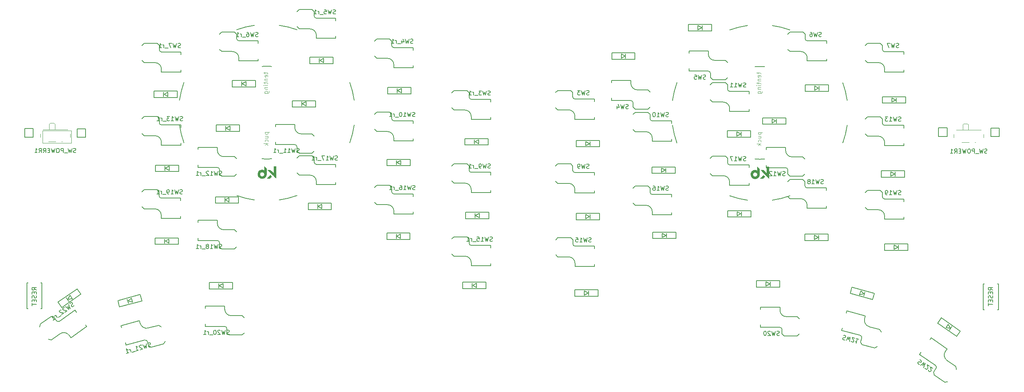
<source format=gbr>
%TF.GenerationSoftware,KiCad,Pcbnew,(6.0.5-0)*%
%TF.CreationDate,2022-07-05T16:09:48-07:00*%
%TF.ProjectId,Swept_3x5,53776570-745f-4337-9835-2e6b69636164,rev?*%
%TF.SameCoordinates,Original*%
%TF.FileFunction,Legend,Bot*%
%TF.FilePolarity,Positive*%
%FSLAX46Y46*%
G04 Gerber Fmt 4.6, Leading zero omitted, Abs format (unit mm)*
G04 Created by KiCad (PCBNEW (6.0.5-0)) date 2022-07-05 16:09:48*
%MOMM*%
%LPD*%
G01*
G04 APERTURE LIST*
%ADD10C,0.120000*%
%ADD11C,0.150000*%
%ADD12C,0.100000*%
%ADD13C,0.010000*%
%ADD14C,0.200000*%
G04 APERTURE END LIST*
D10*
X23182600Y-47055800D02*
X29913600Y-47055800D01*
X29913600Y-47055800D02*
X29913600Y-49976800D01*
X29913600Y-49976800D02*
X23182600Y-49976800D01*
X23182600Y-49976800D02*
X23182600Y-47055800D01*
D11*
%TO.C,SW16*%
X168751724Y-60904994D02*
X168608867Y-60952613D01*
X168370772Y-60952613D01*
X168275534Y-60904994D01*
X168227915Y-60857375D01*
X168180296Y-60762137D01*
X168180296Y-60666899D01*
X168227915Y-60571661D01*
X168275534Y-60524042D01*
X168370772Y-60476423D01*
X168561248Y-60428804D01*
X168656486Y-60381185D01*
X168704105Y-60333566D01*
X168751724Y-60238328D01*
X168751724Y-60143090D01*
X168704105Y-60047852D01*
X168656486Y-60000233D01*
X168561248Y-59952613D01*
X168323153Y-59952613D01*
X168180296Y-60000233D01*
X167846962Y-59952613D02*
X167608867Y-60952613D01*
X167418391Y-60238328D01*
X167227915Y-60952613D01*
X166989820Y-59952613D01*
X166085058Y-60952613D02*
X166656486Y-60952613D01*
X166370772Y-60952613D02*
X166370772Y-59952613D01*
X166466010Y-60095471D01*
X166561248Y-60190709D01*
X166656486Y-60238328D01*
X165227915Y-59952613D02*
X165418391Y-59952613D01*
X165513629Y-60000233D01*
X165561248Y-60047852D01*
X165656486Y-60190709D01*
X165704105Y-60381185D01*
X165704105Y-60762137D01*
X165656486Y-60857375D01*
X165608867Y-60904994D01*
X165513629Y-60952613D01*
X165323153Y-60952613D01*
X165227915Y-60904994D01*
X165180296Y-60857375D01*
X165132677Y-60762137D01*
X165132677Y-60524042D01*
X165180296Y-60428804D01*
X165227915Y-60381185D01*
X165323153Y-60333566D01*
X165513629Y-60333566D01*
X165608867Y-60381185D01*
X165656486Y-60428804D01*
X165704105Y-60524042D01*
%TO.C,SW20*%
X194558124Y-94661594D02*
X194415267Y-94709213D01*
X194177172Y-94709213D01*
X194081934Y-94661594D01*
X194034315Y-94613975D01*
X193986696Y-94518737D01*
X193986696Y-94423499D01*
X194034315Y-94328261D01*
X194081934Y-94280642D01*
X194177172Y-94233023D01*
X194367648Y-94185404D01*
X194462886Y-94137785D01*
X194510505Y-94090166D01*
X194558124Y-93994928D01*
X194558124Y-93899690D01*
X194510505Y-93804452D01*
X194462886Y-93756833D01*
X194367648Y-93709213D01*
X194129553Y-93709213D01*
X193986696Y-93756833D01*
X193653362Y-93709213D02*
X193415267Y-94709213D01*
X193224791Y-93994928D01*
X193034315Y-94709213D01*
X192796220Y-93709213D01*
X192462886Y-93804452D02*
X192415267Y-93756833D01*
X192320029Y-93709213D01*
X192081934Y-93709213D01*
X191986696Y-93756833D01*
X191939077Y-93804452D01*
X191891458Y-93899690D01*
X191891458Y-93994928D01*
X191939077Y-94137785D01*
X192510505Y-94709213D01*
X191891458Y-94709213D01*
X191272410Y-93709213D02*
X191177172Y-93709213D01*
X191081934Y-93756833D01*
X191034315Y-93804452D01*
X190986696Y-93899690D01*
X190939077Y-94090166D01*
X190939077Y-94328261D01*
X190986696Y-94518737D01*
X191034315Y-94613975D01*
X191081934Y-94661594D01*
X191177172Y-94709213D01*
X191272410Y-94709213D01*
X191367648Y-94661594D01*
X191415267Y-94613975D01*
X191462886Y-94518737D01*
X191510505Y-94328261D01*
X191510505Y-94090166D01*
X191462886Y-93899690D01*
X191415267Y-93804452D01*
X191367648Y-93756833D01*
X191272410Y-93709213D01*
%TO.C,SW15*%
X150793924Y-72919194D02*
X150651067Y-72966813D01*
X150412972Y-72966813D01*
X150317734Y-72919194D01*
X150270115Y-72871575D01*
X150222496Y-72776337D01*
X150222496Y-72681099D01*
X150270115Y-72585861D01*
X150317734Y-72538242D01*
X150412972Y-72490623D01*
X150603448Y-72443004D01*
X150698686Y-72395385D01*
X150746305Y-72347766D01*
X150793924Y-72252528D01*
X150793924Y-72157290D01*
X150746305Y-72062052D01*
X150698686Y-72014433D01*
X150603448Y-71966813D01*
X150365353Y-71966813D01*
X150222496Y-72014433D01*
X149889162Y-71966813D02*
X149651067Y-72966813D01*
X149460591Y-72252528D01*
X149270115Y-72966813D01*
X149032020Y-71966813D01*
X148127258Y-72966813D02*
X148698686Y-72966813D01*
X148412972Y-72966813D02*
X148412972Y-71966813D01*
X148508210Y-72109671D01*
X148603448Y-72204909D01*
X148698686Y-72252528D01*
X147222496Y-71966813D02*
X147698686Y-71966813D01*
X147746305Y-72443004D01*
X147698686Y-72395385D01*
X147603448Y-72347766D01*
X147365353Y-72347766D01*
X147270115Y-72395385D01*
X147222496Y-72443004D01*
X147174877Y-72538242D01*
X147174877Y-72776337D01*
X147222496Y-72871575D01*
X147270115Y-72919194D01*
X147365353Y-72966813D01*
X147603448Y-72966813D01*
X147698686Y-72919194D01*
X147746305Y-72871575D01*
%TO.C,SW21*%
X209477754Y-94705227D02*
X209628068Y-94696205D01*
X209858050Y-94757829D01*
X209937718Y-94828474D01*
X209971390Y-94886796D01*
X209992737Y-94991113D01*
X209968088Y-95083106D01*
X209897442Y-95162774D01*
X209839121Y-95196446D01*
X209734803Y-95217793D01*
X209538493Y-95214491D01*
X209434175Y-95235838D01*
X209375854Y-95269510D01*
X209305208Y-95349178D01*
X209280558Y-95441171D01*
X209301905Y-95545488D01*
X209335577Y-95603810D01*
X209415245Y-95674456D01*
X209645228Y-95736079D01*
X209795542Y-95727057D01*
X210105192Y-95859326D02*
X210593994Y-94955024D01*
X210593109Y-95694270D01*
X210961965Y-95053622D01*
X210933129Y-96081171D01*
X211279754Y-96075451D02*
X211313425Y-96133772D01*
X211393093Y-96204418D01*
X211623076Y-96266042D01*
X211727393Y-96244695D01*
X211785715Y-96211023D01*
X211856361Y-96131355D01*
X211881010Y-96039362D01*
X211871988Y-95889048D01*
X211467927Y-95189194D01*
X212065881Y-95349415D01*
X212985810Y-95595909D02*
X212433852Y-95448013D01*
X212709831Y-95521961D02*
X212451012Y-96487887D01*
X212395993Y-96325248D01*
X212328650Y-96208606D01*
X212248982Y-96137960D01*
%TO.C,SW17*%
X186760324Y-54021594D02*
X186617467Y-54069213D01*
X186379372Y-54069213D01*
X186284134Y-54021594D01*
X186236515Y-53973975D01*
X186188896Y-53878737D01*
X186188896Y-53783499D01*
X186236515Y-53688261D01*
X186284134Y-53640642D01*
X186379372Y-53593023D01*
X186569848Y-53545404D01*
X186665086Y-53497785D01*
X186712705Y-53450166D01*
X186760324Y-53354928D01*
X186760324Y-53259690D01*
X186712705Y-53164452D01*
X186665086Y-53116833D01*
X186569848Y-53069213D01*
X186331753Y-53069213D01*
X186188896Y-53116833D01*
X185855562Y-53069213D02*
X185617467Y-54069213D01*
X185426991Y-53354928D01*
X185236515Y-54069213D01*
X184998420Y-53069213D01*
X184093658Y-54069213D02*
X184665086Y-54069213D01*
X184379372Y-54069213D02*
X184379372Y-53069213D01*
X184474610Y-53212071D01*
X184569848Y-53307309D01*
X184665086Y-53354928D01*
X183760324Y-53069213D02*
X183093658Y-53069213D01*
X183522229Y-54069213D01*
%TO.C,SW18*%
X204768924Y-59380994D02*
X204626067Y-59428613D01*
X204387972Y-59428613D01*
X204292734Y-59380994D01*
X204245115Y-59333375D01*
X204197496Y-59238137D01*
X204197496Y-59142899D01*
X204245115Y-59047661D01*
X204292734Y-59000042D01*
X204387972Y-58952423D01*
X204578448Y-58904804D01*
X204673686Y-58857185D01*
X204721305Y-58809566D01*
X204768924Y-58714328D01*
X204768924Y-58619090D01*
X204721305Y-58523852D01*
X204673686Y-58476233D01*
X204578448Y-58428613D01*
X204340353Y-58428613D01*
X204197496Y-58476233D01*
X203864162Y-58428613D02*
X203626067Y-59428613D01*
X203435591Y-58714328D01*
X203245115Y-59428613D01*
X203007020Y-58428613D01*
X202102258Y-59428613D02*
X202673686Y-59428613D01*
X202387972Y-59428613D02*
X202387972Y-58428613D01*
X202483210Y-58571471D01*
X202578448Y-58666709D01*
X202673686Y-58714328D01*
X201530829Y-58857185D02*
X201626067Y-58809566D01*
X201673686Y-58761947D01*
X201721305Y-58666709D01*
X201721305Y-58619090D01*
X201673686Y-58523852D01*
X201626067Y-58476233D01*
X201530829Y-58428613D01*
X201340353Y-58428613D01*
X201245115Y-58476233D01*
X201197496Y-58523852D01*
X201149877Y-58619090D01*
X201149877Y-58666709D01*
X201197496Y-58761947D01*
X201245115Y-58809566D01*
X201340353Y-58857185D01*
X201530829Y-58857185D01*
X201626067Y-58904804D01*
X201673686Y-58952423D01*
X201721305Y-59047661D01*
X201721305Y-59238137D01*
X201673686Y-59333375D01*
X201626067Y-59380994D01*
X201530829Y-59428613D01*
X201340353Y-59428613D01*
X201245115Y-59380994D01*
X201197496Y-59333375D01*
X201149877Y-59238137D01*
X201149877Y-59047661D01*
X201197496Y-58952423D01*
X201245115Y-58904804D01*
X201340353Y-58857185D01*
%TO.C,SW4*%
X159410934Y-41905794D02*
X159268077Y-41953413D01*
X159029981Y-41953413D01*
X158934743Y-41905794D01*
X158887124Y-41858175D01*
X158839505Y-41762937D01*
X158839505Y-41667699D01*
X158887124Y-41572461D01*
X158934743Y-41524842D01*
X159029981Y-41477223D01*
X159220458Y-41429604D01*
X159315696Y-41381985D01*
X159363315Y-41334366D01*
X159410934Y-41239128D01*
X159410934Y-41143890D01*
X159363315Y-41048652D01*
X159315696Y-41001033D01*
X159220458Y-40953413D01*
X158982362Y-40953413D01*
X158839505Y-41001033D01*
X158506172Y-40953413D02*
X158268077Y-41953413D01*
X158077601Y-41239128D01*
X157887124Y-41953413D01*
X157649029Y-40953413D01*
X156839505Y-41286747D02*
X156839505Y-41953413D01*
X157077601Y-40905794D02*
X157315696Y-41620080D01*
X156696648Y-41620080D01*
%TO.C,SW3*%
X150292334Y-38705394D02*
X150149477Y-38753013D01*
X149911381Y-38753013D01*
X149816143Y-38705394D01*
X149768524Y-38657775D01*
X149720905Y-38562537D01*
X149720905Y-38467299D01*
X149768524Y-38372061D01*
X149816143Y-38324442D01*
X149911381Y-38276823D01*
X150101858Y-38229204D01*
X150197096Y-38181585D01*
X150244715Y-38133966D01*
X150292334Y-38038728D01*
X150292334Y-37943490D01*
X150244715Y-37848252D01*
X150197096Y-37800633D01*
X150101858Y-37753013D01*
X149863762Y-37753013D01*
X149720905Y-37800633D01*
X149387572Y-37753013D02*
X149149477Y-38753013D01*
X148959001Y-38038728D01*
X148768524Y-38753013D01*
X148530429Y-37753013D01*
X148244715Y-37753013D02*
X147625667Y-37753013D01*
X147959001Y-38133966D01*
X147816143Y-38133966D01*
X147720905Y-38181585D01*
X147673286Y-38229204D01*
X147625667Y-38324442D01*
X147625667Y-38562537D01*
X147673286Y-38657775D01*
X147720905Y-38705394D01*
X147816143Y-38753013D01*
X148101858Y-38753013D01*
X148197096Y-38705394D01*
X148244715Y-38657775D01*
%TO.C,SW9*%
X150292334Y-55799594D02*
X150149477Y-55847213D01*
X149911381Y-55847213D01*
X149816143Y-55799594D01*
X149768524Y-55751975D01*
X149720905Y-55656737D01*
X149720905Y-55561499D01*
X149768524Y-55466261D01*
X149816143Y-55418642D01*
X149911381Y-55371023D01*
X150101858Y-55323404D01*
X150197096Y-55275785D01*
X150244715Y-55228166D01*
X150292334Y-55132928D01*
X150292334Y-55037690D01*
X150244715Y-54942452D01*
X150197096Y-54894833D01*
X150101858Y-54847213D01*
X149863762Y-54847213D01*
X149720905Y-54894833D01*
X149387572Y-54847213D02*
X149149477Y-55847213D01*
X148959001Y-55132928D01*
X148768524Y-55847213D01*
X148530429Y-54847213D01*
X148101858Y-55847213D02*
X147911381Y-55847213D01*
X147816143Y-55799594D01*
X147768524Y-55751975D01*
X147673286Y-55609118D01*
X147625667Y-55418642D01*
X147625667Y-55037690D01*
X147673286Y-54942452D01*
X147720905Y-54894833D01*
X147816143Y-54847213D01*
X148006620Y-54847213D01*
X148101858Y-54894833D01*
X148149477Y-54942452D01*
X148197096Y-55037690D01*
X148197096Y-55275785D01*
X148149477Y-55371023D01*
X148101858Y-55418642D01*
X148006620Y-55466261D01*
X147816143Y-55466261D01*
X147720905Y-55418642D01*
X147673286Y-55371023D01*
X147625667Y-55275785D01*
%TO.C,SW12*%
X195878924Y-57501394D02*
X195736067Y-57549013D01*
X195497972Y-57549013D01*
X195402734Y-57501394D01*
X195355115Y-57453775D01*
X195307496Y-57358537D01*
X195307496Y-57263299D01*
X195355115Y-57168061D01*
X195402734Y-57120442D01*
X195497972Y-57072823D01*
X195688448Y-57025204D01*
X195783686Y-56977585D01*
X195831305Y-56929966D01*
X195878924Y-56834728D01*
X195878924Y-56739490D01*
X195831305Y-56644252D01*
X195783686Y-56596633D01*
X195688448Y-56549013D01*
X195450353Y-56549013D01*
X195307496Y-56596633D01*
X194974162Y-56549013D02*
X194736067Y-57549013D01*
X194545591Y-56834728D01*
X194355115Y-57549013D01*
X194117020Y-56549013D01*
X193212258Y-57549013D02*
X193783686Y-57549013D01*
X193497972Y-57549013D02*
X193497972Y-56549013D01*
X193593210Y-56691871D01*
X193688448Y-56787109D01*
X193783686Y-56834728D01*
X192831305Y-56644252D02*
X192783686Y-56596633D01*
X192688448Y-56549013D01*
X192450353Y-56549013D01*
X192355115Y-56596633D01*
X192307496Y-56644252D01*
X192259877Y-56739490D01*
X192259877Y-56834728D01*
X192307496Y-56977585D01*
X192878924Y-57549013D01*
X192259877Y-57549013D01*
%TO.C,SW11*%
X186760324Y-36901994D02*
X186617467Y-36949613D01*
X186379372Y-36949613D01*
X186284134Y-36901994D01*
X186236515Y-36854375D01*
X186188896Y-36759137D01*
X186188896Y-36663899D01*
X186236515Y-36568661D01*
X186284134Y-36521042D01*
X186379372Y-36473423D01*
X186569848Y-36425804D01*
X186665086Y-36378185D01*
X186712705Y-36330566D01*
X186760324Y-36235328D01*
X186760324Y-36140090D01*
X186712705Y-36044852D01*
X186665086Y-35997233D01*
X186569848Y-35949613D01*
X186331753Y-35949613D01*
X186188896Y-35997233D01*
X185855562Y-35949613D02*
X185617467Y-36949613D01*
X185426991Y-36235328D01*
X185236515Y-36949613D01*
X184998420Y-35949613D01*
X184093658Y-36949613D02*
X184665086Y-36949613D01*
X184379372Y-36949613D02*
X184379372Y-35949613D01*
X184474610Y-36092471D01*
X184569848Y-36187709D01*
X184665086Y-36235328D01*
X183141277Y-36949613D02*
X183712705Y-36949613D01*
X183426991Y-36949613D02*
X183426991Y-35949613D01*
X183522229Y-36092471D01*
X183617467Y-36187709D01*
X183712705Y-36235328D01*
%TO.C,SW6*%
X204318134Y-25141794D02*
X204175277Y-25189413D01*
X203937181Y-25189413D01*
X203841943Y-25141794D01*
X203794324Y-25094175D01*
X203746705Y-24998937D01*
X203746705Y-24903699D01*
X203794324Y-24808461D01*
X203841943Y-24760842D01*
X203937181Y-24713223D01*
X204127658Y-24665604D01*
X204222896Y-24617985D01*
X204270515Y-24570366D01*
X204318134Y-24475128D01*
X204318134Y-24379890D01*
X204270515Y-24284652D01*
X204222896Y-24237033D01*
X204127658Y-24189413D01*
X203889562Y-24189413D01*
X203746705Y-24237033D01*
X203413372Y-24189413D02*
X203175277Y-25189413D01*
X202984801Y-24475128D01*
X202794324Y-25189413D01*
X202556229Y-24189413D01*
X201746705Y-24189413D02*
X201937181Y-24189413D01*
X202032420Y-24237033D01*
X202080039Y-24284652D01*
X202175277Y-24427509D01*
X202222896Y-24617985D01*
X202222896Y-24998937D01*
X202175277Y-25094175D01*
X202127658Y-25141794D01*
X202032420Y-25189413D01*
X201841943Y-25189413D01*
X201746705Y-25141794D01*
X201699086Y-25094175D01*
X201651467Y-24998937D01*
X201651467Y-24760842D01*
X201699086Y-24665604D01*
X201746705Y-24617985D01*
X201841943Y-24570366D01*
X202032420Y-24570366D01*
X202127658Y-24617985D01*
X202175277Y-24665604D01*
X202222896Y-24760842D01*
%TO.C,SW5*%
X177419534Y-35047794D02*
X177276677Y-35095413D01*
X177038581Y-35095413D01*
X176943343Y-35047794D01*
X176895724Y-35000175D01*
X176848105Y-34904937D01*
X176848105Y-34809699D01*
X176895724Y-34714461D01*
X176943343Y-34666842D01*
X177038581Y-34619223D01*
X177229058Y-34571604D01*
X177324296Y-34523985D01*
X177371915Y-34476366D01*
X177419534Y-34381128D01*
X177419534Y-34285890D01*
X177371915Y-34190652D01*
X177324296Y-34143033D01*
X177229058Y-34095413D01*
X176990962Y-34095413D01*
X176848105Y-34143033D01*
X176514772Y-34095413D02*
X176276677Y-35095413D01*
X176086201Y-34381128D01*
X175895724Y-35095413D01*
X175657629Y-34095413D01*
X174800486Y-34095413D02*
X175276677Y-34095413D01*
X175324296Y-34571604D01*
X175276677Y-34523985D01*
X175181439Y-34476366D01*
X174943343Y-34476366D01*
X174848105Y-34523985D01*
X174800486Y-34571604D01*
X174752867Y-34666842D01*
X174752867Y-34904937D01*
X174800486Y-35000175D01*
X174848105Y-35047794D01*
X174943343Y-35095413D01*
X175181439Y-35095413D01*
X175276677Y-35047794D01*
X175324296Y-35000175D01*
%TO.C,RSW1*%
X244204181Y-84168452D02*
X243727991Y-83835118D01*
X244204181Y-83597023D02*
X243204181Y-83597023D01*
X243204181Y-83977975D01*
X243251801Y-84073213D01*
X243299420Y-84120833D01*
X243394658Y-84168452D01*
X243537515Y-84168452D01*
X243632753Y-84120833D01*
X243680372Y-84073213D01*
X243727991Y-83977975D01*
X243727991Y-83597023D01*
X243680372Y-84597023D02*
X243680372Y-84930356D01*
X244204181Y-85073213D02*
X244204181Y-84597023D01*
X243204181Y-84597023D01*
X243204181Y-85073213D01*
X244156562Y-85454166D02*
X244204181Y-85597023D01*
X244204181Y-85835118D01*
X244156562Y-85930356D01*
X244108943Y-85977975D01*
X244013705Y-86025594D01*
X243918467Y-86025594D01*
X243823229Y-85977975D01*
X243775610Y-85930356D01*
X243727991Y-85835118D01*
X243680372Y-85644642D01*
X243632753Y-85549404D01*
X243585134Y-85501785D01*
X243489896Y-85454166D01*
X243394658Y-85454166D01*
X243299420Y-85501785D01*
X243251801Y-85549404D01*
X243204181Y-85644642D01*
X243204181Y-85882737D01*
X243251801Y-86025594D01*
X243680372Y-86454166D02*
X243680372Y-86787499D01*
X244204181Y-86930356D02*
X244204181Y-86454166D01*
X243204181Y-86454166D01*
X243204181Y-86930356D01*
X243204181Y-87216071D02*
X243204181Y-87787499D01*
X244204181Y-87501785D02*
X243204181Y-87501785D01*
%TO.C,SW10*%
X168751724Y-43785394D02*
X168608867Y-43833013D01*
X168370772Y-43833013D01*
X168275534Y-43785394D01*
X168227915Y-43737775D01*
X168180296Y-43642537D01*
X168180296Y-43547299D01*
X168227915Y-43452061D01*
X168275534Y-43404442D01*
X168370772Y-43356823D01*
X168561248Y-43309204D01*
X168656486Y-43261585D01*
X168704105Y-43213966D01*
X168751724Y-43118728D01*
X168751724Y-43023490D01*
X168704105Y-42928252D01*
X168656486Y-42880633D01*
X168561248Y-42833013D01*
X168323153Y-42833013D01*
X168180296Y-42880633D01*
X167846962Y-42833013D02*
X167608867Y-43833013D01*
X167418391Y-43118728D01*
X167227915Y-43833013D01*
X166989820Y-42833013D01*
X166085058Y-43833013D02*
X166656486Y-43833013D01*
X166370772Y-43833013D02*
X166370772Y-42833013D01*
X166466010Y-42975871D01*
X166561248Y-43071109D01*
X166656486Y-43118728D01*
X165466010Y-42833013D02*
X165370772Y-42833013D01*
X165275534Y-42880633D01*
X165227915Y-42928252D01*
X165180296Y-43023490D01*
X165132677Y-43213966D01*
X165132677Y-43452061D01*
X165180296Y-43642537D01*
X165227915Y-43737775D01*
X165275534Y-43785394D01*
X165370772Y-43833013D01*
X165466010Y-43833013D01*
X165561248Y-43785394D01*
X165608867Y-43737775D01*
X165656486Y-43642537D01*
X165704105Y-43452061D01*
X165704105Y-43213966D01*
X165656486Y-43023490D01*
X165608867Y-42928252D01*
X165561248Y-42880633D01*
X165466010Y-42833013D01*
D12*
%TO.C,REF\u002A\u002A*%
X189617815Y-47465933D02*
X190617815Y-47465933D01*
X189665434Y-47465933D02*
X189617815Y-47561171D01*
X189617815Y-47751647D01*
X189665434Y-47846885D01*
X189713053Y-47894504D01*
X189808291Y-47942123D01*
X190094005Y-47942123D01*
X190189243Y-47894504D01*
X190236862Y-47846885D01*
X190284481Y-47751647D01*
X190284481Y-47561171D01*
X190236862Y-47465933D01*
X189617815Y-48799266D02*
X190284481Y-48799266D01*
X189617815Y-48370694D02*
X190141624Y-48370694D01*
X190236862Y-48418313D01*
X190284481Y-48513552D01*
X190284481Y-48656409D01*
X190236862Y-48751647D01*
X190189243Y-48799266D01*
X190236862Y-49704028D02*
X190284481Y-49608790D01*
X190284481Y-49418313D01*
X190236862Y-49323075D01*
X190189243Y-49275456D01*
X190094005Y-49227837D01*
X189808291Y-49227837D01*
X189713053Y-49275456D01*
X189665434Y-49323075D01*
X189617815Y-49418313D01*
X189617815Y-49608790D01*
X189665434Y-49704028D01*
X190284481Y-50132599D02*
X189284481Y-50132599D01*
X189903529Y-50227837D02*
X190284481Y-50513552D01*
X189617815Y-50513552D02*
X189998767Y-50132599D01*
X189554315Y-33511933D02*
X189554315Y-33892885D01*
X189220981Y-33654790D02*
X190078124Y-33654790D01*
X190173362Y-33702409D01*
X190220981Y-33797647D01*
X190220981Y-33892885D01*
X190173362Y-34607171D02*
X190220981Y-34511933D01*
X190220981Y-34321456D01*
X190173362Y-34226218D01*
X190078124Y-34178599D01*
X189697172Y-34178599D01*
X189601934Y-34226218D01*
X189554315Y-34321456D01*
X189554315Y-34511933D01*
X189601934Y-34607171D01*
X189697172Y-34654790D01*
X189792410Y-34654790D01*
X189887648Y-34178599D01*
X189554315Y-35083361D02*
X190220981Y-35083361D01*
X189649553Y-35083361D02*
X189601934Y-35130980D01*
X189554315Y-35226218D01*
X189554315Y-35369075D01*
X189601934Y-35464313D01*
X189697172Y-35511933D01*
X190220981Y-35511933D01*
X189554315Y-35845266D02*
X189554315Y-36226218D01*
X189220981Y-35988123D02*
X190078124Y-35988123D01*
X190173362Y-36035742D01*
X190220981Y-36130980D01*
X190220981Y-36226218D01*
X190220981Y-36559552D02*
X189554315Y-36559552D01*
X189220981Y-36559552D02*
X189268601Y-36511933D01*
X189316220Y-36559552D01*
X189268601Y-36607171D01*
X189220981Y-36559552D01*
X189316220Y-36559552D01*
X189554315Y-37035742D02*
X190220981Y-37035742D01*
X189649553Y-37035742D02*
X189601934Y-37083361D01*
X189554315Y-37178599D01*
X189554315Y-37321456D01*
X189601934Y-37416694D01*
X189697172Y-37464313D01*
X190220981Y-37464313D01*
X189554315Y-38369075D02*
X190363839Y-38369075D01*
X190459077Y-38321456D01*
X190506696Y-38273837D01*
X190554315Y-38178599D01*
X190554315Y-38035742D01*
X190506696Y-37940504D01*
X190173362Y-38369075D02*
X190220981Y-38273837D01*
X190220981Y-38083361D01*
X190173362Y-37988123D01*
X190125743Y-37940504D01*
X190030505Y-37892885D01*
X189744791Y-37892885D01*
X189649553Y-37940504D01*
X189601934Y-37988123D01*
X189554315Y-38083361D01*
X189554315Y-38273837D01*
X189601934Y-38369075D01*
D11*
%TO.C,SW17_r1*%
X91799990Y-53897161D02*
X91657133Y-53944780D01*
X91419038Y-53944780D01*
X91323800Y-53897161D01*
X91276180Y-53849542D01*
X91228561Y-53754304D01*
X91228561Y-53659066D01*
X91276180Y-53563828D01*
X91323800Y-53516209D01*
X91419038Y-53468590D01*
X91609514Y-53420971D01*
X91704752Y-53373352D01*
X91752371Y-53325733D01*
X91799990Y-53230495D01*
X91799990Y-53135257D01*
X91752371Y-53040019D01*
X91704752Y-52992400D01*
X91609514Y-52944780D01*
X91371419Y-52944780D01*
X91228561Y-52992400D01*
X90895228Y-52944780D02*
X90657133Y-53944780D01*
X90466657Y-53230495D01*
X90276180Y-53944780D01*
X90038085Y-52944780D01*
X89133323Y-53944780D02*
X89704752Y-53944780D01*
X89419038Y-53944780D02*
X89419038Y-52944780D01*
X89514276Y-53087638D01*
X89609514Y-53182876D01*
X89704752Y-53230495D01*
X88799990Y-52944780D02*
X88133323Y-52944780D01*
X88561895Y-53944780D01*
X87990466Y-54040019D02*
X87228561Y-54040019D01*
X86990466Y-53944780D02*
X86990466Y-53278114D01*
X86990466Y-53468590D02*
X86942847Y-53373352D01*
X86895228Y-53325733D01*
X86799990Y-53278114D01*
X86704752Y-53278114D01*
X85847609Y-53944780D02*
X86419038Y-53944780D01*
X86133323Y-53944780D02*
X86133323Y-52944780D01*
X86228561Y-53087638D01*
X86323800Y-53182876D01*
X86419038Y-53230495D01*
%TO.C,SW11_r1*%
X82884590Y-52144561D02*
X82741733Y-52192180D01*
X82503638Y-52192180D01*
X82408400Y-52144561D01*
X82360780Y-52096942D01*
X82313161Y-52001704D01*
X82313161Y-51906466D01*
X82360780Y-51811228D01*
X82408400Y-51763609D01*
X82503638Y-51715990D01*
X82694114Y-51668371D01*
X82789352Y-51620752D01*
X82836971Y-51573133D01*
X82884590Y-51477895D01*
X82884590Y-51382657D01*
X82836971Y-51287419D01*
X82789352Y-51239800D01*
X82694114Y-51192180D01*
X82456019Y-51192180D01*
X82313161Y-51239800D01*
X81979828Y-51192180D02*
X81741733Y-52192180D01*
X81551257Y-51477895D01*
X81360780Y-52192180D01*
X81122685Y-51192180D01*
X80217923Y-52192180D02*
X80789352Y-52192180D01*
X80503638Y-52192180D02*
X80503638Y-51192180D01*
X80598876Y-51335038D01*
X80694114Y-51430276D01*
X80789352Y-51477895D01*
X79265542Y-52192180D02*
X79836971Y-52192180D01*
X79551257Y-52192180D02*
X79551257Y-51192180D01*
X79646495Y-51335038D01*
X79741733Y-51430276D01*
X79836971Y-51477895D01*
X79075066Y-52287419D02*
X78313161Y-52287419D01*
X78075066Y-52192180D02*
X78075066Y-51525514D01*
X78075066Y-51715990D02*
X78027447Y-51620752D01*
X77979828Y-51573133D01*
X77884590Y-51525514D01*
X77789352Y-51525514D01*
X76932209Y-52192180D02*
X77503638Y-52192180D01*
X77217923Y-52192180D02*
X77217923Y-51192180D01*
X77313161Y-51335038D01*
X77408400Y-51430276D01*
X77503638Y-51477895D01*
%TO.C,SW15_r1*%
X127817190Y-72743961D02*
X127674333Y-72791580D01*
X127436238Y-72791580D01*
X127341000Y-72743961D01*
X127293380Y-72696342D01*
X127245761Y-72601104D01*
X127245761Y-72505866D01*
X127293380Y-72410628D01*
X127341000Y-72363009D01*
X127436238Y-72315390D01*
X127626714Y-72267771D01*
X127721952Y-72220152D01*
X127769571Y-72172533D01*
X127817190Y-72077295D01*
X127817190Y-71982057D01*
X127769571Y-71886819D01*
X127721952Y-71839200D01*
X127626714Y-71791580D01*
X127388619Y-71791580D01*
X127245761Y-71839200D01*
X126912428Y-71791580D02*
X126674333Y-72791580D01*
X126483857Y-72077295D01*
X126293380Y-72791580D01*
X126055285Y-71791580D01*
X125150523Y-72791580D02*
X125721952Y-72791580D01*
X125436238Y-72791580D02*
X125436238Y-71791580D01*
X125531476Y-71934438D01*
X125626714Y-72029676D01*
X125721952Y-72077295D01*
X124245761Y-71791580D02*
X124721952Y-71791580D01*
X124769571Y-72267771D01*
X124721952Y-72220152D01*
X124626714Y-72172533D01*
X124388619Y-72172533D01*
X124293380Y-72220152D01*
X124245761Y-72267771D01*
X124198142Y-72363009D01*
X124198142Y-72601104D01*
X124245761Y-72696342D01*
X124293380Y-72743961D01*
X124388619Y-72791580D01*
X124626714Y-72791580D01*
X124721952Y-72743961D01*
X124769571Y-72696342D01*
X124007666Y-72886819D02*
X123245761Y-72886819D01*
X123007666Y-72791580D02*
X123007666Y-72124914D01*
X123007666Y-72315390D02*
X122960047Y-72220152D01*
X122912428Y-72172533D01*
X122817190Y-72124914D01*
X122721952Y-72124914D01*
X121864809Y-72791580D02*
X122436238Y-72791580D01*
X122150523Y-72791580D02*
X122150523Y-71791580D01*
X122245761Y-71934438D01*
X122341000Y-72029676D01*
X122436238Y-72077295D01*
%TO.C,SW18_r1*%
X64875990Y-74445761D02*
X64733133Y-74493380D01*
X64495038Y-74493380D01*
X64399800Y-74445761D01*
X64352180Y-74398142D01*
X64304561Y-74302904D01*
X64304561Y-74207666D01*
X64352180Y-74112428D01*
X64399800Y-74064809D01*
X64495038Y-74017190D01*
X64685514Y-73969571D01*
X64780752Y-73921952D01*
X64828371Y-73874333D01*
X64875990Y-73779095D01*
X64875990Y-73683857D01*
X64828371Y-73588619D01*
X64780752Y-73541000D01*
X64685514Y-73493380D01*
X64447419Y-73493380D01*
X64304561Y-73541000D01*
X63971228Y-73493380D02*
X63733133Y-74493380D01*
X63542657Y-73779095D01*
X63352180Y-74493380D01*
X63114085Y-73493380D01*
X62209323Y-74493380D02*
X62780752Y-74493380D01*
X62495038Y-74493380D02*
X62495038Y-73493380D01*
X62590276Y-73636238D01*
X62685514Y-73731476D01*
X62780752Y-73779095D01*
X61637895Y-73921952D02*
X61733133Y-73874333D01*
X61780752Y-73826714D01*
X61828371Y-73731476D01*
X61828371Y-73683857D01*
X61780752Y-73588619D01*
X61733133Y-73541000D01*
X61637895Y-73493380D01*
X61447419Y-73493380D01*
X61352180Y-73541000D01*
X61304561Y-73588619D01*
X61256942Y-73683857D01*
X61256942Y-73731476D01*
X61304561Y-73826714D01*
X61352180Y-73874333D01*
X61447419Y-73921952D01*
X61637895Y-73921952D01*
X61733133Y-73969571D01*
X61780752Y-74017190D01*
X61828371Y-74112428D01*
X61828371Y-74302904D01*
X61780752Y-74398142D01*
X61733133Y-74445761D01*
X61637895Y-74493380D01*
X61447419Y-74493380D01*
X61352180Y-74445761D01*
X61304561Y-74398142D01*
X61256942Y-74302904D01*
X61256942Y-74112428D01*
X61304561Y-74017190D01*
X61352180Y-73969571D01*
X61447419Y-73921952D01*
X61066466Y-74588619D02*
X60304561Y-74588619D01*
X60066466Y-74493380D02*
X60066466Y-73826714D01*
X60066466Y-74017190D02*
X60018847Y-73921952D01*
X59971228Y-73874333D01*
X59875990Y-73826714D01*
X59780752Y-73826714D01*
X58923609Y-74493380D02*
X59495038Y-74493380D01*
X59209323Y-74493380D02*
X59209323Y-73493380D01*
X59304561Y-73636238D01*
X59399800Y-73731476D01*
X59495038Y-73779095D01*
%TO.C,SW6_r1*%
X73289800Y-25144361D02*
X73146942Y-25191980D01*
X72908847Y-25191980D01*
X72813609Y-25144361D01*
X72765990Y-25096742D01*
X72718371Y-25001504D01*
X72718371Y-24906266D01*
X72765990Y-24811028D01*
X72813609Y-24763409D01*
X72908847Y-24715790D01*
X73099323Y-24668171D01*
X73194561Y-24620552D01*
X73242180Y-24572933D01*
X73289800Y-24477695D01*
X73289800Y-24382457D01*
X73242180Y-24287219D01*
X73194561Y-24239600D01*
X73099323Y-24191980D01*
X72861228Y-24191980D01*
X72718371Y-24239600D01*
X72385038Y-24191980D02*
X72146942Y-25191980D01*
X71956466Y-24477695D01*
X71765990Y-25191980D01*
X71527895Y-24191980D01*
X70718371Y-24191980D02*
X70908847Y-24191980D01*
X71004085Y-24239600D01*
X71051704Y-24287219D01*
X71146942Y-24430076D01*
X71194561Y-24620552D01*
X71194561Y-25001504D01*
X71146942Y-25096742D01*
X71099323Y-25144361D01*
X71004085Y-25191980D01*
X70813609Y-25191980D01*
X70718371Y-25144361D01*
X70670752Y-25096742D01*
X70623133Y-25001504D01*
X70623133Y-24763409D01*
X70670752Y-24668171D01*
X70718371Y-24620552D01*
X70813609Y-24572933D01*
X71004085Y-24572933D01*
X71099323Y-24620552D01*
X71146942Y-24668171D01*
X71194561Y-24763409D01*
X70432657Y-25287219D02*
X69670752Y-25287219D01*
X69432657Y-25191980D02*
X69432657Y-24525314D01*
X69432657Y-24715790D02*
X69385038Y-24620552D01*
X69337419Y-24572933D01*
X69242180Y-24525314D01*
X69146942Y-24525314D01*
X68289800Y-25191980D02*
X68861228Y-25191980D01*
X68575514Y-25191980D02*
X68575514Y-24191980D01*
X68670752Y-24334838D01*
X68765990Y-24430076D01*
X68861228Y-24477695D01*
%TO.C,SW5_r1*%
X91323800Y-19886561D02*
X91180942Y-19934180D01*
X90942847Y-19934180D01*
X90847609Y-19886561D01*
X90799990Y-19838942D01*
X90752371Y-19743704D01*
X90752371Y-19648466D01*
X90799990Y-19553228D01*
X90847609Y-19505609D01*
X90942847Y-19457990D01*
X91133323Y-19410371D01*
X91228561Y-19362752D01*
X91276180Y-19315133D01*
X91323800Y-19219895D01*
X91323800Y-19124657D01*
X91276180Y-19029419D01*
X91228561Y-18981800D01*
X91133323Y-18934180D01*
X90895228Y-18934180D01*
X90752371Y-18981800D01*
X90419038Y-18934180D02*
X90180942Y-19934180D01*
X89990466Y-19219895D01*
X89799990Y-19934180D01*
X89561895Y-18934180D01*
X88704752Y-18934180D02*
X89180942Y-18934180D01*
X89228561Y-19410371D01*
X89180942Y-19362752D01*
X89085704Y-19315133D01*
X88847609Y-19315133D01*
X88752371Y-19362752D01*
X88704752Y-19410371D01*
X88657133Y-19505609D01*
X88657133Y-19743704D01*
X88704752Y-19838942D01*
X88752371Y-19886561D01*
X88847609Y-19934180D01*
X89085704Y-19934180D01*
X89180942Y-19886561D01*
X89228561Y-19838942D01*
X88466657Y-20029419D02*
X87704752Y-20029419D01*
X87466657Y-19934180D02*
X87466657Y-19267514D01*
X87466657Y-19457990D02*
X87419038Y-19362752D01*
X87371419Y-19315133D01*
X87276180Y-19267514D01*
X87180942Y-19267514D01*
X86323800Y-19934180D02*
X86895228Y-19934180D01*
X86609514Y-19934180D02*
X86609514Y-18934180D01*
X86704752Y-19077038D01*
X86799990Y-19172276D01*
X86895228Y-19219895D01*
%TO.C,SW16_r1*%
X109833990Y-60780561D02*
X109691133Y-60828180D01*
X109453038Y-60828180D01*
X109357800Y-60780561D01*
X109310180Y-60732942D01*
X109262561Y-60637704D01*
X109262561Y-60542466D01*
X109310180Y-60447228D01*
X109357800Y-60399609D01*
X109453038Y-60351990D01*
X109643514Y-60304371D01*
X109738752Y-60256752D01*
X109786371Y-60209133D01*
X109833990Y-60113895D01*
X109833990Y-60018657D01*
X109786371Y-59923419D01*
X109738752Y-59875800D01*
X109643514Y-59828180D01*
X109405419Y-59828180D01*
X109262561Y-59875800D01*
X108929228Y-59828180D02*
X108691133Y-60828180D01*
X108500657Y-60113895D01*
X108310180Y-60828180D01*
X108072085Y-59828180D01*
X107167323Y-60828180D02*
X107738752Y-60828180D01*
X107453038Y-60828180D02*
X107453038Y-59828180D01*
X107548276Y-59971038D01*
X107643514Y-60066276D01*
X107738752Y-60113895D01*
X106310180Y-59828180D02*
X106500657Y-59828180D01*
X106595895Y-59875800D01*
X106643514Y-59923419D01*
X106738752Y-60066276D01*
X106786371Y-60256752D01*
X106786371Y-60637704D01*
X106738752Y-60732942D01*
X106691133Y-60780561D01*
X106595895Y-60828180D01*
X106405419Y-60828180D01*
X106310180Y-60780561D01*
X106262561Y-60732942D01*
X106214942Y-60637704D01*
X106214942Y-60399609D01*
X106262561Y-60304371D01*
X106310180Y-60256752D01*
X106405419Y-60209133D01*
X106595895Y-60209133D01*
X106691133Y-60256752D01*
X106738752Y-60304371D01*
X106786371Y-60399609D01*
X106024466Y-60923419D02*
X105262561Y-60923419D01*
X105024466Y-60828180D02*
X105024466Y-60161514D01*
X105024466Y-60351990D02*
X104976847Y-60256752D01*
X104929228Y-60209133D01*
X104833990Y-60161514D01*
X104738752Y-60161514D01*
X103881609Y-60828180D02*
X104453038Y-60828180D01*
X104167323Y-60828180D02*
X104167323Y-59828180D01*
X104262561Y-59971038D01*
X104357800Y-60066276D01*
X104453038Y-60113895D01*
%TO.C,SW4_r1*%
X109332400Y-26719161D02*
X109189542Y-26766780D01*
X108951447Y-26766780D01*
X108856209Y-26719161D01*
X108808590Y-26671542D01*
X108760971Y-26576304D01*
X108760971Y-26481066D01*
X108808590Y-26385828D01*
X108856209Y-26338209D01*
X108951447Y-26290590D01*
X109141923Y-26242971D01*
X109237161Y-26195352D01*
X109284780Y-26147733D01*
X109332400Y-26052495D01*
X109332400Y-25957257D01*
X109284780Y-25862019D01*
X109237161Y-25814400D01*
X109141923Y-25766780D01*
X108903828Y-25766780D01*
X108760971Y-25814400D01*
X108427638Y-25766780D02*
X108189542Y-26766780D01*
X107999066Y-26052495D01*
X107808590Y-26766780D01*
X107570495Y-25766780D01*
X106760971Y-26100114D02*
X106760971Y-26766780D01*
X106999066Y-25719161D02*
X107237161Y-26433447D01*
X106618114Y-26433447D01*
X106475257Y-26862019D02*
X105713352Y-26862019D01*
X105475257Y-26766780D02*
X105475257Y-26100114D01*
X105475257Y-26290590D02*
X105427638Y-26195352D01*
X105380019Y-26147733D01*
X105284780Y-26100114D01*
X105189542Y-26100114D01*
X104332400Y-26766780D02*
X104903828Y-26766780D01*
X104618114Y-26766780D02*
X104618114Y-25766780D01*
X104713352Y-25909638D01*
X104808590Y-26004876D01*
X104903828Y-26052495D01*
%TO.C,SW13_r1*%
X55757390Y-44727761D02*
X55614533Y-44775380D01*
X55376438Y-44775380D01*
X55281200Y-44727761D01*
X55233580Y-44680142D01*
X55185961Y-44584904D01*
X55185961Y-44489666D01*
X55233580Y-44394428D01*
X55281200Y-44346809D01*
X55376438Y-44299190D01*
X55566914Y-44251571D01*
X55662152Y-44203952D01*
X55709771Y-44156333D01*
X55757390Y-44061095D01*
X55757390Y-43965857D01*
X55709771Y-43870619D01*
X55662152Y-43823000D01*
X55566914Y-43775380D01*
X55328819Y-43775380D01*
X55185961Y-43823000D01*
X54852628Y-43775380D02*
X54614533Y-44775380D01*
X54424057Y-44061095D01*
X54233580Y-44775380D01*
X53995485Y-43775380D01*
X53090723Y-44775380D02*
X53662152Y-44775380D01*
X53376438Y-44775380D02*
X53376438Y-43775380D01*
X53471676Y-43918238D01*
X53566914Y-44013476D01*
X53662152Y-44061095D01*
X52757390Y-43775380D02*
X52138342Y-43775380D01*
X52471676Y-44156333D01*
X52328819Y-44156333D01*
X52233580Y-44203952D01*
X52185961Y-44251571D01*
X52138342Y-44346809D01*
X52138342Y-44584904D01*
X52185961Y-44680142D01*
X52233580Y-44727761D01*
X52328819Y-44775380D01*
X52614533Y-44775380D01*
X52709771Y-44727761D01*
X52757390Y-44680142D01*
X51947866Y-44870619D02*
X51185961Y-44870619D01*
X50947866Y-44775380D02*
X50947866Y-44108714D01*
X50947866Y-44299190D02*
X50900247Y-44203952D01*
X50852628Y-44156333D01*
X50757390Y-44108714D01*
X50662152Y-44108714D01*
X49805009Y-44775380D02*
X50376438Y-44775380D01*
X50090723Y-44775380D02*
X50090723Y-43775380D01*
X50185961Y-43918238D01*
X50281200Y-44013476D01*
X50376438Y-44061095D01*
%TO.C,SW12_r1*%
X64875990Y-57453161D02*
X64733133Y-57500780D01*
X64495038Y-57500780D01*
X64399800Y-57453161D01*
X64352180Y-57405542D01*
X64304561Y-57310304D01*
X64304561Y-57215066D01*
X64352180Y-57119828D01*
X64399800Y-57072209D01*
X64495038Y-57024590D01*
X64685514Y-56976971D01*
X64780752Y-56929352D01*
X64828371Y-56881733D01*
X64875990Y-56786495D01*
X64875990Y-56691257D01*
X64828371Y-56596019D01*
X64780752Y-56548400D01*
X64685514Y-56500780D01*
X64447419Y-56500780D01*
X64304561Y-56548400D01*
X63971228Y-56500780D02*
X63733133Y-57500780D01*
X63542657Y-56786495D01*
X63352180Y-57500780D01*
X63114085Y-56500780D01*
X62209323Y-57500780D02*
X62780752Y-57500780D01*
X62495038Y-57500780D02*
X62495038Y-56500780D01*
X62590276Y-56643638D01*
X62685514Y-56738876D01*
X62780752Y-56786495D01*
X61828371Y-56596019D02*
X61780752Y-56548400D01*
X61685514Y-56500780D01*
X61447419Y-56500780D01*
X61352180Y-56548400D01*
X61304561Y-56596019D01*
X61256942Y-56691257D01*
X61256942Y-56786495D01*
X61304561Y-56929352D01*
X61875990Y-57500780D01*
X61256942Y-57500780D01*
X61066466Y-57596019D02*
X60304561Y-57596019D01*
X60066466Y-57500780D02*
X60066466Y-56834114D01*
X60066466Y-57024590D02*
X60018847Y-56929352D01*
X59971228Y-56881733D01*
X59875990Y-56834114D01*
X59780752Y-56834114D01*
X58923609Y-57500780D02*
X59495038Y-57500780D01*
X59209323Y-57500780D02*
X59209323Y-56500780D01*
X59304561Y-56643638D01*
X59399800Y-56738876D01*
X59495038Y-56786495D01*
%TO.C,SW3_r1*%
X127341000Y-38758761D02*
X127198142Y-38806380D01*
X126960047Y-38806380D01*
X126864809Y-38758761D01*
X126817190Y-38711142D01*
X126769571Y-38615904D01*
X126769571Y-38520666D01*
X126817190Y-38425428D01*
X126864809Y-38377809D01*
X126960047Y-38330190D01*
X127150523Y-38282571D01*
X127245761Y-38234952D01*
X127293380Y-38187333D01*
X127341000Y-38092095D01*
X127341000Y-37996857D01*
X127293380Y-37901619D01*
X127245761Y-37854000D01*
X127150523Y-37806380D01*
X126912428Y-37806380D01*
X126769571Y-37854000D01*
X126436238Y-37806380D02*
X126198142Y-38806380D01*
X126007666Y-38092095D01*
X125817190Y-38806380D01*
X125579095Y-37806380D01*
X125293380Y-37806380D02*
X124674333Y-37806380D01*
X125007666Y-38187333D01*
X124864809Y-38187333D01*
X124769571Y-38234952D01*
X124721952Y-38282571D01*
X124674333Y-38377809D01*
X124674333Y-38615904D01*
X124721952Y-38711142D01*
X124769571Y-38758761D01*
X124864809Y-38806380D01*
X125150523Y-38806380D01*
X125245761Y-38758761D01*
X125293380Y-38711142D01*
X124483857Y-38901619D02*
X123721952Y-38901619D01*
X123483857Y-38806380D02*
X123483857Y-38139714D01*
X123483857Y-38330190D02*
X123436238Y-38234952D01*
X123388619Y-38187333D01*
X123293380Y-38139714D01*
X123198142Y-38139714D01*
X122341000Y-38806380D02*
X122912428Y-38806380D01*
X122626714Y-38806380D02*
X122626714Y-37806380D01*
X122721952Y-37949238D01*
X122817190Y-38044476D01*
X122912428Y-38092095D01*
%TO.C,SW21_r1*%
X48435600Y-97285480D02*
X48309935Y-97368450D01*
X48079953Y-97430074D01*
X47975635Y-97408727D01*
X47917314Y-97375055D01*
X47846668Y-97295387D01*
X47822019Y-97203394D01*
X47843366Y-97099076D01*
X47877037Y-97040755D01*
X47956706Y-96970109D01*
X48128367Y-96874814D01*
X48208035Y-96804168D01*
X48241707Y-96745847D01*
X48263054Y-96641529D01*
X48238404Y-96549536D01*
X48167758Y-96469868D01*
X48109437Y-96436196D01*
X48005120Y-96414849D01*
X47775137Y-96476473D01*
X47649473Y-96559443D01*
X47315173Y-96599720D02*
X47344009Y-97627269D01*
X46975153Y-96986621D01*
X46976038Y-97725867D01*
X46487236Y-96821565D01*
X46189910Y-96999831D02*
X46131589Y-96966159D01*
X46027272Y-96944812D01*
X45797289Y-97006436D01*
X45717621Y-97077081D01*
X45683949Y-97135403D01*
X45662602Y-97239720D01*
X45687252Y-97331713D01*
X45770222Y-97457378D01*
X46470076Y-97861439D01*
X45872122Y-98021660D01*
X44952193Y-98268155D02*
X45504151Y-98120258D01*
X45228172Y-98194206D02*
X44969353Y-97228280D01*
X45098320Y-97341620D01*
X45214962Y-97408964D01*
X45319280Y-97430311D01*
X44792857Y-98409446D02*
X44056913Y-98606642D01*
X43802281Y-98576273D02*
X43629735Y-97932322D01*
X43679034Y-98116308D02*
X43608388Y-98036640D01*
X43550067Y-98002968D01*
X43445749Y-97981621D01*
X43353756Y-98006270D01*
X42698366Y-98872066D02*
X43250324Y-98724169D01*
X42974345Y-98798117D02*
X42715526Y-97832192D01*
X42844493Y-97945532D01*
X42961135Y-98012875D01*
X43065453Y-98034222D01*
%TO.C,SW9_r1*%
X127341000Y-55751361D02*
X127198142Y-55798980D01*
X126960047Y-55798980D01*
X126864809Y-55751361D01*
X126817190Y-55703742D01*
X126769571Y-55608504D01*
X126769571Y-55513266D01*
X126817190Y-55418028D01*
X126864809Y-55370409D01*
X126960047Y-55322790D01*
X127150523Y-55275171D01*
X127245761Y-55227552D01*
X127293380Y-55179933D01*
X127341000Y-55084695D01*
X127341000Y-54989457D01*
X127293380Y-54894219D01*
X127245761Y-54846600D01*
X127150523Y-54798980D01*
X126912428Y-54798980D01*
X126769571Y-54846600D01*
X126436238Y-54798980D02*
X126198142Y-55798980D01*
X126007666Y-55084695D01*
X125817190Y-55798980D01*
X125579095Y-54798980D01*
X125150523Y-55798980D02*
X124960047Y-55798980D01*
X124864809Y-55751361D01*
X124817190Y-55703742D01*
X124721952Y-55560885D01*
X124674333Y-55370409D01*
X124674333Y-54989457D01*
X124721952Y-54894219D01*
X124769571Y-54846600D01*
X124864809Y-54798980D01*
X125055285Y-54798980D01*
X125150523Y-54846600D01*
X125198142Y-54894219D01*
X125245761Y-54989457D01*
X125245761Y-55227552D01*
X125198142Y-55322790D01*
X125150523Y-55370409D01*
X125055285Y-55418028D01*
X124864809Y-55418028D01*
X124769571Y-55370409D01*
X124721952Y-55322790D01*
X124674333Y-55227552D01*
X124483857Y-55894219D02*
X123721952Y-55894219D01*
X123483857Y-55798980D02*
X123483857Y-55132314D01*
X123483857Y-55322790D02*
X123436238Y-55227552D01*
X123388619Y-55179933D01*
X123293380Y-55132314D01*
X123198142Y-55132314D01*
X122341000Y-55798980D02*
X122912428Y-55798980D01*
X122626714Y-55798980D02*
X122626714Y-54798980D01*
X122721952Y-54941838D01*
X122817190Y-55037076D01*
X122912428Y-55084695D01*
%TO.C,SW20_r1*%
X66603190Y-94435561D02*
X66460333Y-94483180D01*
X66222238Y-94483180D01*
X66127000Y-94435561D01*
X66079380Y-94387942D01*
X66031761Y-94292704D01*
X66031761Y-94197466D01*
X66079380Y-94102228D01*
X66127000Y-94054609D01*
X66222238Y-94006990D01*
X66412714Y-93959371D01*
X66507952Y-93911752D01*
X66555571Y-93864133D01*
X66603190Y-93768895D01*
X66603190Y-93673657D01*
X66555571Y-93578419D01*
X66507952Y-93530800D01*
X66412714Y-93483180D01*
X66174619Y-93483180D01*
X66031761Y-93530800D01*
X65698428Y-93483180D02*
X65460333Y-94483180D01*
X65269857Y-93768895D01*
X65079380Y-94483180D01*
X64841285Y-93483180D01*
X64507952Y-93578419D02*
X64460333Y-93530800D01*
X64365095Y-93483180D01*
X64127000Y-93483180D01*
X64031761Y-93530800D01*
X63984142Y-93578419D01*
X63936523Y-93673657D01*
X63936523Y-93768895D01*
X63984142Y-93911752D01*
X64555571Y-94483180D01*
X63936523Y-94483180D01*
X63317476Y-93483180D02*
X63222238Y-93483180D01*
X63127000Y-93530800D01*
X63079380Y-93578419D01*
X63031761Y-93673657D01*
X62984142Y-93864133D01*
X62984142Y-94102228D01*
X63031761Y-94292704D01*
X63079380Y-94387942D01*
X63127000Y-94435561D01*
X63222238Y-94483180D01*
X63317476Y-94483180D01*
X63412714Y-94435561D01*
X63460333Y-94387942D01*
X63507952Y-94292704D01*
X63555571Y-94102228D01*
X63555571Y-93864133D01*
X63507952Y-93673657D01*
X63460333Y-93578419D01*
X63412714Y-93530800D01*
X63317476Y-93483180D01*
X62793666Y-94578419D02*
X62031761Y-94578419D01*
X61793666Y-94483180D02*
X61793666Y-93816514D01*
X61793666Y-94006990D02*
X61746047Y-93911752D01*
X61698428Y-93864133D01*
X61603190Y-93816514D01*
X61507952Y-93816514D01*
X60650809Y-94483180D02*
X61222238Y-94483180D01*
X60936523Y-94483180D02*
X60936523Y-93483180D01*
X61031761Y-93626038D01*
X61127000Y-93721276D01*
X61222238Y-93768895D01*
%TO.C,SW7_r1*%
X55281200Y-27735161D02*
X55138342Y-27782780D01*
X54900247Y-27782780D01*
X54805009Y-27735161D01*
X54757390Y-27687542D01*
X54709771Y-27592304D01*
X54709771Y-27497066D01*
X54757390Y-27401828D01*
X54805009Y-27354209D01*
X54900247Y-27306590D01*
X55090723Y-27258971D01*
X55185961Y-27211352D01*
X55233580Y-27163733D01*
X55281200Y-27068495D01*
X55281200Y-26973257D01*
X55233580Y-26878019D01*
X55185961Y-26830400D01*
X55090723Y-26782780D01*
X54852628Y-26782780D01*
X54709771Y-26830400D01*
X54376438Y-26782780D02*
X54138342Y-27782780D01*
X53947866Y-27068495D01*
X53757390Y-27782780D01*
X53519295Y-26782780D01*
X53233580Y-26782780D02*
X52566914Y-26782780D01*
X52995485Y-27782780D01*
X52424057Y-27878019D02*
X51662152Y-27878019D01*
X51424057Y-27782780D02*
X51424057Y-27116114D01*
X51424057Y-27306590D02*
X51376438Y-27211352D01*
X51328819Y-27163733D01*
X51233580Y-27116114D01*
X51138342Y-27116114D01*
X50281200Y-27782780D02*
X50852628Y-27782780D01*
X50566914Y-27782780D02*
X50566914Y-26782780D01*
X50662152Y-26925638D01*
X50757390Y-27020876D01*
X50852628Y-27068495D01*
D12*
%TO.C,REF\u002A\u002A*%
X74952614Y-47410900D02*
X75952614Y-47410900D01*
X75000233Y-47410900D02*
X74952614Y-47506138D01*
X74952614Y-47696614D01*
X75000233Y-47791852D01*
X75047852Y-47839471D01*
X75143090Y-47887090D01*
X75428804Y-47887090D01*
X75524042Y-47839471D01*
X75571661Y-47791852D01*
X75619280Y-47696614D01*
X75619280Y-47506138D01*
X75571661Y-47410900D01*
X74952614Y-48744233D02*
X75619280Y-48744233D01*
X74952614Y-48315661D02*
X75476423Y-48315661D01*
X75571661Y-48363280D01*
X75619280Y-48458519D01*
X75619280Y-48601376D01*
X75571661Y-48696614D01*
X75524042Y-48744233D01*
X75571661Y-49648995D02*
X75619280Y-49553757D01*
X75619280Y-49363280D01*
X75571661Y-49268042D01*
X75524042Y-49220423D01*
X75428804Y-49172804D01*
X75143090Y-49172804D01*
X75047852Y-49220423D01*
X75000233Y-49268042D01*
X74952614Y-49363280D01*
X74952614Y-49553757D01*
X75000233Y-49648995D01*
X75619280Y-50077566D02*
X74619280Y-50077566D01*
X75238328Y-50172804D02*
X75619280Y-50458519D01*
X74952614Y-50458519D02*
X75333566Y-50077566D01*
X74889114Y-33456900D02*
X74889114Y-33837852D01*
X74555780Y-33599757D02*
X75412923Y-33599757D01*
X75508161Y-33647376D01*
X75555780Y-33742614D01*
X75555780Y-33837852D01*
X75508161Y-34552138D02*
X75555780Y-34456900D01*
X75555780Y-34266423D01*
X75508161Y-34171185D01*
X75412923Y-34123566D01*
X75031971Y-34123566D01*
X74936733Y-34171185D01*
X74889114Y-34266423D01*
X74889114Y-34456900D01*
X74936733Y-34552138D01*
X75031971Y-34599757D01*
X75127209Y-34599757D01*
X75222447Y-34123566D01*
X74889114Y-35028328D02*
X75555780Y-35028328D01*
X74984352Y-35028328D02*
X74936733Y-35075947D01*
X74889114Y-35171185D01*
X74889114Y-35314042D01*
X74936733Y-35409280D01*
X75031971Y-35456900D01*
X75555780Y-35456900D01*
X74889114Y-35790233D02*
X74889114Y-36171185D01*
X74555780Y-35933090D02*
X75412923Y-35933090D01*
X75508161Y-35980709D01*
X75555780Y-36075947D01*
X75555780Y-36171185D01*
X75555780Y-36504519D02*
X74889114Y-36504519D01*
X74555780Y-36504519D02*
X74603400Y-36456900D01*
X74651019Y-36504519D01*
X74603400Y-36552138D01*
X74555780Y-36504519D01*
X74651019Y-36504519D01*
X74889114Y-36980709D02*
X75555780Y-36980709D01*
X74984352Y-36980709D02*
X74936733Y-37028328D01*
X74889114Y-37123566D01*
X74889114Y-37266423D01*
X74936733Y-37361661D01*
X75031971Y-37409280D01*
X75555780Y-37409280D01*
X74889114Y-38314042D02*
X75698638Y-38314042D01*
X75793876Y-38266423D01*
X75841495Y-38218804D01*
X75889114Y-38123566D01*
X75889114Y-37980709D01*
X75841495Y-37885471D01*
X75508161Y-38314042D02*
X75555780Y-38218804D01*
X75555780Y-38028328D01*
X75508161Y-37933090D01*
X75460542Y-37885471D01*
X75365304Y-37837852D01*
X75079590Y-37837852D01*
X74984352Y-37885471D01*
X74936733Y-37933090D01*
X74889114Y-38028328D01*
X74889114Y-38218804D01*
X74936733Y-38314042D01*
D11*
%TO.C,RSW2*%
X21737580Y-84145619D02*
X21261390Y-83812285D01*
X21737580Y-83574190D02*
X20737580Y-83574190D01*
X20737580Y-83955142D01*
X20785200Y-84050380D01*
X20832819Y-84098000D01*
X20928057Y-84145619D01*
X21070914Y-84145619D01*
X21166152Y-84098000D01*
X21213771Y-84050380D01*
X21261390Y-83955142D01*
X21261390Y-83574190D01*
X21213771Y-84574190D02*
X21213771Y-84907523D01*
X21737580Y-85050380D02*
X21737580Y-84574190D01*
X20737580Y-84574190D01*
X20737580Y-85050380D01*
X21689961Y-85431333D02*
X21737580Y-85574190D01*
X21737580Y-85812285D01*
X21689961Y-85907523D01*
X21642342Y-85955142D01*
X21547104Y-86002761D01*
X21451866Y-86002761D01*
X21356628Y-85955142D01*
X21309009Y-85907523D01*
X21261390Y-85812285D01*
X21213771Y-85621809D01*
X21166152Y-85526571D01*
X21118533Y-85478952D01*
X21023295Y-85431333D01*
X20928057Y-85431333D01*
X20832819Y-85478952D01*
X20785200Y-85526571D01*
X20737580Y-85621809D01*
X20737580Y-85859904D01*
X20785200Y-86002761D01*
X21213771Y-86431333D02*
X21213771Y-86764666D01*
X21737580Y-86907523D02*
X21737580Y-86431333D01*
X20737580Y-86431333D01*
X20737580Y-86907523D01*
X20737580Y-87193238D02*
X20737580Y-87764666D01*
X21737580Y-87478952D02*
X20737580Y-87478952D01*
%TO.C,SW13*%
X222802924Y-44826794D02*
X222660067Y-44874413D01*
X222421972Y-44874413D01*
X222326734Y-44826794D01*
X222279115Y-44779175D01*
X222231496Y-44683937D01*
X222231496Y-44588699D01*
X222279115Y-44493461D01*
X222326734Y-44445842D01*
X222421972Y-44398223D01*
X222612448Y-44350604D01*
X222707686Y-44302985D01*
X222755305Y-44255366D01*
X222802924Y-44160128D01*
X222802924Y-44064890D01*
X222755305Y-43969652D01*
X222707686Y-43922033D01*
X222612448Y-43874413D01*
X222374353Y-43874413D01*
X222231496Y-43922033D01*
X221898162Y-43874413D02*
X221660067Y-44874413D01*
X221469591Y-44160128D01*
X221279115Y-44874413D01*
X221041020Y-43874413D01*
X220136258Y-44874413D02*
X220707686Y-44874413D01*
X220421972Y-44874413D02*
X220421972Y-43874413D01*
X220517210Y-44017271D01*
X220612448Y-44112509D01*
X220707686Y-44160128D01*
X219802924Y-43874413D02*
X219183877Y-43874413D01*
X219517210Y-44255366D01*
X219374353Y-44255366D01*
X219279115Y-44302985D01*
X219231496Y-44350604D01*
X219183877Y-44445842D01*
X219183877Y-44683937D01*
X219231496Y-44779175D01*
X219279115Y-44826794D01*
X219374353Y-44874413D01*
X219660067Y-44874413D01*
X219755305Y-44826794D01*
X219802924Y-44779175D01*
%TO.C,SW22*%
X227225504Y-100364362D02*
X227369839Y-100407294D01*
X227564875Y-100543860D01*
X227615577Y-100637493D01*
X227627271Y-100703814D01*
X227611652Y-100809141D01*
X227557025Y-100887156D01*
X227463392Y-100937857D01*
X227397071Y-100949551D01*
X227291744Y-100933932D01*
X227108402Y-100863687D01*
X227003074Y-100848068D01*
X226936754Y-100859762D01*
X226843120Y-100910463D01*
X226788494Y-100988478D01*
X226772875Y-101093805D01*
X226784569Y-101160126D01*
X226835270Y-101253759D01*
X227030306Y-101390325D01*
X227174641Y-101433257D01*
X227420379Y-101663457D02*
X228188991Y-100980870D01*
X227935323Y-101675232D01*
X228501049Y-101199376D01*
X228122509Y-102155094D01*
X228450186Y-102268271D02*
X228461880Y-102334592D01*
X228512581Y-102428225D01*
X228707617Y-102564791D01*
X228812945Y-102580410D01*
X228879266Y-102568716D01*
X228972899Y-102518015D01*
X229027525Y-102440000D01*
X229070458Y-102295665D01*
X228930129Y-101499821D01*
X229437223Y-101854892D01*
X229230331Y-102814535D02*
X229242025Y-102880855D01*
X229292726Y-102974489D01*
X229487762Y-103111054D01*
X229593090Y-103126673D01*
X229659410Y-103114979D01*
X229753044Y-103064278D01*
X229807670Y-102986264D01*
X229850602Y-102841929D01*
X229710274Y-102046084D01*
X230217368Y-102401155D01*
%TO.C,SW19*%
X222802924Y-61946394D02*
X222660067Y-61994013D01*
X222421972Y-61994013D01*
X222326734Y-61946394D01*
X222279115Y-61898775D01*
X222231496Y-61803537D01*
X222231496Y-61708299D01*
X222279115Y-61613061D01*
X222326734Y-61565442D01*
X222421972Y-61517823D01*
X222612448Y-61470204D01*
X222707686Y-61422585D01*
X222755305Y-61374966D01*
X222802924Y-61279728D01*
X222802924Y-61184490D01*
X222755305Y-61089252D01*
X222707686Y-61041633D01*
X222612448Y-60994013D01*
X222374353Y-60994013D01*
X222231496Y-61041633D01*
X221898162Y-60994013D02*
X221660067Y-61994013D01*
X221469591Y-61279728D01*
X221279115Y-61994013D01*
X221041020Y-60994013D01*
X220136258Y-61994013D02*
X220707686Y-61994013D01*
X220421972Y-61994013D02*
X220421972Y-60994013D01*
X220517210Y-61136871D01*
X220612448Y-61232109D01*
X220707686Y-61279728D01*
X219660067Y-61994013D02*
X219469591Y-61994013D01*
X219374353Y-61946394D01*
X219326734Y-61898775D01*
X219231496Y-61755918D01*
X219183877Y-61565442D01*
X219183877Y-61184490D01*
X219231496Y-61089252D01*
X219279115Y-61041633D01*
X219374353Y-60994013D01*
X219564829Y-60994013D01*
X219660067Y-61041633D01*
X219707686Y-61089252D01*
X219755305Y-61184490D01*
X219755305Y-61422585D01*
X219707686Y-61517823D01*
X219660067Y-61565442D01*
X219564829Y-61613061D01*
X219374353Y-61613061D01*
X219279115Y-61565442D01*
X219231496Y-61517823D01*
X219183877Y-61422585D01*
%TO.C,SW19_r1*%
X55731990Y-61745761D02*
X55589133Y-61793380D01*
X55351038Y-61793380D01*
X55255800Y-61745761D01*
X55208180Y-61698142D01*
X55160561Y-61602904D01*
X55160561Y-61507666D01*
X55208180Y-61412428D01*
X55255800Y-61364809D01*
X55351038Y-61317190D01*
X55541514Y-61269571D01*
X55636752Y-61221952D01*
X55684371Y-61174333D01*
X55731990Y-61079095D01*
X55731990Y-60983857D01*
X55684371Y-60888619D01*
X55636752Y-60841000D01*
X55541514Y-60793380D01*
X55303419Y-60793380D01*
X55160561Y-60841000D01*
X54827228Y-60793380D02*
X54589133Y-61793380D01*
X54398657Y-61079095D01*
X54208180Y-61793380D01*
X53970085Y-60793380D01*
X53065323Y-61793380D02*
X53636752Y-61793380D01*
X53351038Y-61793380D02*
X53351038Y-60793380D01*
X53446276Y-60936238D01*
X53541514Y-61031476D01*
X53636752Y-61079095D01*
X52589133Y-61793380D02*
X52398657Y-61793380D01*
X52303419Y-61745761D01*
X52255800Y-61698142D01*
X52160561Y-61555285D01*
X52112942Y-61364809D01*
X52112942Y-60983857D01*
X52160561Y-60888619D01*
X52208180Y-60841000D01*
X52303419Y-60793380D01*
X52493895Y-60793380D01*
X52589133Y-60841000D01*
X52636752Y-60888619D01*
X52684371Y-60983857D01*
X52684371Y-61221952D01*
X52636752Y-61317190D01*
X52589133Y-61364809D01*
X52493895Y-61412428D01*
X52303419Y-61412428D01*
X52208180Y-61364809D01*
X52160561Y-61317190D01*
X52112942Y-61221952D01*
X51922466Y-61888619D02*
X51160561Y-61888619D01*
X50922466Y-61793380D02*
X50922466Y-61126714D01*
X50922466Y-61317190D02*
X50874847Y-61221952D01*
X50827228Y-61174333D01*
X50731990Y-61126714D01*
X50636752Y-61126714D01*
X49779609Y-61793380D02*
X50351038Y-61793380D01*
X50065323Y-61793380D02*
X50065323Y-60793380D01*
X50160561Y-60936238D01*
X50255800Y-61031476D01*
X50351038Y-61079095D01*
%TO.C,Bat+1*%
%TO.C,SW10_r1*%
X109808590Y-43762561D02*
X109665733Y-43810180D01*
X109427638Y-43810180D01*
X109332400Y-43762561D01*
X109284780Y-43714942D01*
X109237161Y-43619704D01*
X109237161Y-43524466D01*
X109284780Y-43429228D01*
X109332400Y-43381609D01*
X109427638Y-43333990D01*
X109618114Y-43286371D01*
X109713352Y-43238752D01*
X109760971Y-43191133D01*
X109808590Y-43095895D01*
X109808590Y-43000657D01*
X109760971Y-42905419D01*
X109713352Y-42857800D01*
X109618114Y-42810180D01*
X109380019Y-42810180D01*
X109237161Y-42857800D01*
X108903828Y-42810180D02*
X108665733Y-43810180D01*
X108475257Y-43095895D01*
X108284780Y-43810180D01*
X108046685Y-42810180D01*
X107141923Y-43810180D02*
X107713352Y-43810180D01*
X107427638Y-43810180D02*
X107427638Y-42810180D01*
X107522876Y-42953038D01*
X107618114Y-43048276D01*
X107713352Y-43095895D01*
X106522876Y-42810180D02*
X106427638Y-42810180D01*
X106332400Y-42857800D01*
X106284780Y-42905419D01*
X106237161Y-43000657D01*
X106189542Y-43191133D01*
X106189542Y-43429228D01*
X106237161Y-43619704D01*
X106284780Y-43714942D01*
X106332400Y-43762561D01*
X106427638Y-43810180D01*
X106522876Y-43810180D01*
X106618114Y-43762561D01*
X106665733Y-43714942D01*
X106713352Y-43619704D01*
X106760971Y-43429228D01*
X106760971Y-43191133D01*
X106713352Y-43000657D01*
X106665733Y-42905419D01*
X106618114Y-42857800D01*
X106522876Y-42810180D01*
X105999066Y-43905419D02*
X105237161Y-43905419D01*
X104999066Y-43810180D02*
X104999066Y-43143514D01*
X104999066Y-43333990D02*
X104951447Y-43238752D01*
X104903828Y-43191133D01*
X104808590Y-43143514D01*
X104713352Y-43143514D01*
X103856209Y-43810180D02*
X104427638Y-43810180D01*
X104141923Y-43810180D02*
X104141923Y-42810180D01*
X104237161Y-42953038D01*
X104332400Y-43048276D01*
X104427638Y-43095895D01*
%TO.C,SW22_r1*%
X30525128Y-87744932D02*
X30435419Y-87865879D01*
X30240383Y-88002445D01*
X30135056Y-88018064D01*
X30068735Y-88006370D01*
X29975102Y-87955669D01*
X29920475Y-87877654D01*
X29904856Y-87772326D01*
X29916550Y-87706006D01*
X29967252Y-87612372D01*
X30095967Y-87464113D01*
X30146669Y-87370479D01*
X30158363Y-87304159D01*
X30142744Y-87198831D01*
X30088117Y-87120816D01*
X29994484Y-87070115D01*
X29928163Y-87058421D01*
X29822836Y-87074040D01*
X29627799Y-87210606D01*
X29538091Y-87331553D01*
X29237727Y-87483738D02*
X29616267Y-88439455D01*
X29050541Y-87963600D01*
X29304209Y-88657961D01*
X28535597Y-87975375D01*
X28317172Y-88244581D02*
X28250852Y-88232887D01*
X28145524Y-88248506D01*
X27950488Y-88385072D01*
X27899787Y-88478706D01*
X27888093Y-88545026D01*
X27903712Y-88650354D01*
X27958338Y-88728368D01*
X28079285Y-88818077D01*
X28875130Y-88958406D01*
X28368036Y-89313477D01*
X27537028Y-88790844D02*
X27470707Y-88779150D01*
X27365380Y-88794769D01*
X27170343Y-88931335D01*
X27119642Y-89024969D01*
X27107948Y-89091289D01*
X27123567Y-89196617D01*
X27178193Y-89274631D01*
X27299140Y-89364340D01*
X28094985Y-89504669D01*
X27587891Y-89859740D01*
X27486488Y-90047007D02*
X26862372Y-90484018D01*
X26612710Y-90542569D02*
X26230326Y-89996468D01*
X26339578Y-90152497D02*
X26245945Y-90101795D01*
X26179624Y-90090101D01*
X26074297Y-90105720D01*
X25996282Y-90160347D01*
X25676536Y-91198085D02*
X26144623Y-90870327D01*
X25910579Y-91034206D02*
X25337003Y-90215054D01*
X25496957Y-90277449D01*
X25629598Y-90300838D01*
X25734925Y-90285218D01*
%TO.C,BatGND1*%
%TO.C,Bat+r1*%
%TO.C,SW7*%
X222326734Y-27707194D02*
X222183877Y-27754813D01*
X221945781Y-27754813D01*
X221850543Y-27707194D01*
X221802924Y-27659575D01*
X221755305Y-27564337D01*
X221755305Y-27469099D01*
X221802924Y-27373861D01*
X221850543Y-27326242D01*
X221945781Y-27278623D01*
X222136258Y-27231004D01*
X222231496Y-27183385D01*
X222279115Y-27135766D01*
X222326734Y-27040528D01*
X222326734Y-26945290D01*
X222279115Y-26850052D01*
X222231496Y-26802433D01*
X222136258Y-26754813D01*
X221898162Y-26754813D01*
X221755305Y-26802433D01*
X221421972Y-26754813D02*
X221183877Y-27754813D01*
X220993401Y-27040528D01*
X220802924Y-27754813D01*
X220564829Y-26754813D01*
X220279115Y-26754813D02*
X219612448Y-26754813D01*
X220041020Y-27754813D01*
%TO.C,BatGND4*%
%TO.C,SW_POWER1*%
X242857505Y-52260994D02*
X242714648Y-52308613D01*
X242476553Y-52308613D01*
X242381315Y-52260994D01*
X242333696Y-52213375D01*
X242286077Y-52118137D01*
X242286077Y-52022899D01*
X242333696Y-51927661D01*
X242381315Y-51880042D01*
X242476553Y-51832423D01*
X242667029Y-51784804D01*
X242762267Y-51737185D01*
X242809886Y-51689566D01*
X242857505Y-51594328D01*
X242857505Y-51499090D01*
X242809886Y-51403852D01*
X242762267Y-51356233D01*
X242667029Y-51308613D01*
X242428934Y-51308613D01*
X242286077Y-51356233D01*
X241952743Y-51308613D02*
X241714648Y-52308613D01*
X241524172Y-51594328D01*
X241333696Y-52308613D01*
X241095601Y-51308613D01*
X240952743Y-52403852D02*
X240190839Y-52403852D01*
X239952743Y-52308613D02*
X239952743Y-51308613D01*
X239571791Y-51308613D01*
X239476553Y-51356233D01*
X239428934Y-51403852D01*
X239381315Y-51499090D01*
X239381315Y-51641947D01*
X239428934Y-51737185D01*
X239476553Y-51784804D01*
X239571791Y-51832423D01*
X239952743Y-51832423D01*
X238762267Y-51308613D02*
X238571791Y-51308613D01*
X238476553Y-51356233D01*
X238381315Y-51451471D01*
X238333696Y-51641947D01*
X238333696Y-51975280D01*
X238381315Y-52165756D01*
X238476553Y-52260994D01*
X238571791Y-52308613D01*
X238762267Y-52308613D01*
X238857505Y-52260994D01*
X238952743Y-52165756D01*
X239000362Y-51975280D01*
X239000362Y-51641947D01*
X238952743Y-51451471D01*
X238857505Y-51356233D01*
X238762267Y-51308613D01*
X238000362Y-51308613D02*
X237762267Y-52308613D01*
X237571791Y-51594328D01*
X237381315Y-52308613D01*
X237143220Y-51308613D01*
X236762267Y-51784804D02*
X236428934Y-51784804D01*
X236286077Y-52308613D02*
X236762267Y-52308613D01*
X236762267Y-51308613D01*
X236286077Y-51308613D01*
X235286077Y-52308613D02*
X235619410Y-51832423D01*
X235857505Y-52308613D02*
X235857505Y-51308613D01*
X235476553Y-51308613D01*
X235381315Y-51356233D01*
X235333696Y-51403852D01*
X235286077Y-51499090D01*
X235286077Y-51641947D01*
X235333696Y-51737185D01*
X235381315Y-51784804D01*
X235476553Y-51832423D01*
X235857505Y-51832423D01*
X234333696Y-52308613D02*
X234905124Y-52308613D01*
X234619410Y-52308613D02*
X234619410Y-51308613D01*
X234714648Y-51451471D01*
X234809886Y-51546709D01*
X234905124Y-51594328D01*
%TO.C,SW_POWERR1*%
X30923904Y-52136561D02*
X30781047Y-52184180D01*
X30542952Y-52184180D01*
X30447714Y-52136561D01*
X30400095Y-52088942D01*
X30352476Y-51993704D01*
X30352476Y-51898466D01*
X30400095Y-51803228D01*
X30447714Y-51755609D01*
X30542952Y-51707990D01*
X30733428Y-51660371D01*
X30828666Y-51612752D01*
X30876285Y-51565133D01*
X30923904Y-51469895D01*
X30923904Y-51374657D01*
X30876285Y-51279419D01*
X30828666Y-51231800D01*
X30733428Y-51184180D01*
X30495333Y-51184180D01*
X30352476Y-51231800D01*
X30019142Y-51184180D02*
X29781047Y-52184180D01*
X29590571Y-51469895D01*
X29400095Y-52184180D01*
X29162000Y-51184180D01*
X29019142Y-52279419D02*
X28257238Y-52279419D01*
X28019142Y-52184180D02*
X28019142Y-51184180D01*
X27638190Y-51184180D01*
X27542952Y-51231800D01*
X27495333Y-51279419D01*
X27447714Y-51374657D01*
X27447714Y-51517514D01*
X27495333Y-51612752D01*
X27542952Y-51660371D01*
X27638190Y-51707990D01*
X28019142Y-51707990D01*
X26828666Y-51184180D02*
X26638190Y-51184180D01*
X26542952Y-51231800D01*
X26447714Y-51327038D01*
X26400095Y-51517514D01*
X26400095Y-51850847D01*
X26447714Y-52041323D01*
X26542952Y-52136561D01*
X26638190Y-52184180D01*
X26828666Y-52184180D01*
X26923904Y-52136561D01*
X27019142Y-52041323D01*
X27066761Y-51850847D01*
X27066761Y-51517514D01*
X27019142Y-51327038D01*
X26923904Y-51231800D01*
X26828666Y-51184180D01*
X26066761Y-51184180D02*
X25828666Y-52184180D01*
X25638190Y-51469895D01*
X25447714Y-52184180D01*
X25209619Y-51184180D01*
X24828666Y-51660371D02*
X24495333Y-51660371D01*
X24352476Y-52184180D02*
X24828666Y-52184180D01*
X24828666Y-51184180D01*
X24352476Y-51184180D01*
X23352476Y-52184180D02*
X23685809Y-51707990D01*
X23923904Y-52184180D02*
X23923904Y-51184180D01*
X23542952Y-51184180D01*
X23447714Y-51231800D01*
X23400095Y-51279419D01*
X23352476Y-51374657D01*
X23352476Y-51517514D01*
X23400095Y-51612752D01*
X23447714Y-51660371D01*
X23542952Y-51707990D01*
X23923904Y-51707990D01*
X22352476Y-52184180D02*
X22685809Y-51707990D01*
X22923904Y-52184180D02*
X22923904Y-51184180D01*
X22542952Y-51184180D01*
X22447714Y-51231800D01*
X22400095Y-51279419D01*
X22352476Y-51374657D01*
X22352476Y-51517514D01*
X22400095Y-51612752D01*
X22447714Y-51660371D01*
X22542952Y-51707990D01*
X22923904Y-51707990D01*
X21400095Y-52184180D02*
X21971523Y-52184180D01*
X21685809Y-52184180D02*
X21685809Y-51184180D01*
X21781047Y-51327038D01*
X21876285Y-51422276D01*
X21971523Y-51469895D01*
%TO.C,SW16*%
X164497201Y-61420233D02*
G75*
G03*
X164997201Y-61920233I500000J0D01*
G01*
X164997201Y-65920233D02*
G75*
G03*
X163497201Y-64420233I-1500000J0D01*
G01*
X169497201Y-66620233D02*
X169497201Y-66120233D01*
X160997201Y-64420233D02*
X163497201Y-64420233D01*
X164497201Y-61420233D02*
X164497201Y-60420233D01*
X169497201Y-62520233D02*
X169497201Y-61920233D01*
X164997201Y-65920233D02*
X164997201Y-66620233D01*
X169497201Y-61920233D02*
X164997201Y-61920233D01*
X160497201Y-63920233D02*
X160997201Y-64420233D01*
X160497201Y-60420233D02*
X160997201Y-59920233D01*
X163997201Y-59920233D02*
X164497201Y-60420233D01*
X160997201Y-59920233D02*
X163997201Y-59920233D01*
X164997201Y-66620233D02*
X169497201Y-66620233D01*
%TO.C,SW20*%
X195193601Y-93336833D02*
G75*
G03*
X194693601Y-92836833I-500000J0D01*
G01*
X194693601Y-88836833D02*
G75*
G03*
X196193601Y-90336833I1500000J0D01*
G01*
X199193601Y-94336833D02*
X198693601Y-94836833D01*
X199193601Y-90836833D02*
X198693601Y-90336833D01*
X190193601Y-92836833D02*
X194693601Y-92836833D01*
X198693601Y-90336833D02*
X196193601Y-90336833D01*
X194693601Y-88836833D02*
X194693601Y-88136833D01*
X195193601Y-93336833D02*
X195193601Y-94336833D01*
X194693601Y-88136833D02*
X190193601Y-88136833D01*
X190193601Y-92236833D02*
X190193601Y-92836833D01*
X195693601Y-94836833D02*
X195193601Y-94336833D01*
X190193601Y-88136833D02*
X190193601Y-88636833D01*
X198693601Y-94836833D02*
X195693601Y-94836833D01*
%TO.C,SW15*%
X146539401Y-73434433D02*
G75*
G03*
X147039401Y-73934433I500000J0D01*
G01*
X147039401Y-77934433D02*
G75*
G03*
X145539401Y-76434433I-1500000J0D01*
G01*
X151539401Y-74534433D02*
X151539401Y-73934433D01*
X151539401Y-73934433D02*
X147039401Y-73934433D01*
X143039401Y-71934433D02*
X146039401Y-71934433D01*
X151539401Y-78634433D02*
X151539401Y-78134433D01*
X146039401Y-71934433D02*
X146539401Y-72434433D01*
X142539401Y-72434433D02*
X143039401Y-71934433D01*
X146539401Y-73434433D02*
X146539401Y-72434433D01*
X143039401Y-76434433D02*
X145539401Y-76434433D01*
X142539401Y-75934433D02*
X143039401Y-76434433D01*
X147039401Y-77934433D02*
X147039401Y-78634433D01*
X147039401Y-78634433D02*
X151539401Y-78634433D01*
%TO.C,SW21*%
X213720661Y-95308698D02*
G75*
G03*
X213367108Y-94696326I-482962J129410D01*
G01*
X214402384Y-90832622D02*
G75*
G03*
X215463045Y-92669740I1448889J-388229D01*
G01*
X216713174Y-97663453D02*
X213815396Y-96886996D01*
X213815396Y-96886996D02*
X213461843Y-96274624D01*
X209020442Y-93531640D02*
X213367108Y-94696326D01*
X217325546Y-97309900D02*
X216713174Y-97663453D01*
X209175734Y-92952084D02*
X209020442Y-93531640D01*
X218231413Y-93929160D02*
X217877859Y-93316787D01*
X213720662Y-95308698D02*
X213461843Y-96274624D01*
X214402385Y-90832622D02*
X214583558Y-90156474D01*
X210236892Y-88991788D02*
X210107482Y-89474751D01*
X214583558Y-90156474D02*
X210236892Y-88991788D01*
X217877859Y-93316787D02*
X215463045Y-92669740D01*
%TO.C,SW17*%
X182505801Y-54536833D02*
G75*
G03*
X183005801Y-55036833I500000J0D01*
G01*
X183005801Y-59036833D02*
G75*
G03*
X181505801Y-57536833I-1500000J0D01*
G01*
X182005801Y-53036833D02*
X182505801Y-53536833D01*
X182505801Y-54536833D02*
X182505801Y-53536833D01*
X187505801Y-59736833D02*
X187505801Y-59236833D01*
X178505801Y-53536833D02*
X179005801Y-53036833D01*
X178505801Y-57036833D02*
X179005801Y-57536833D01*
X179005801Y-53036833D02*
X182005801Y-53036833D01*
X183005801Y-59036833D02*
X183005801Y-59736833D01*
X179005801Y-57536833D02*
X181505801Y-57536833D01*
X187505801Y-55036833D02*
X183005801Y-55036833D01*
X187505801Y-55636833D02*
X187505801Y-55036833D01*
X183005801Y-59736833D02*
X187505801Y-59736833D01*
%TO.C,SW18*%
X201014401Y-64396233D02*
G75*
G03*
X199514401Y-62896233I-1500000J0D01*
G01*
X200514401Y-59896233D02*
G75*
G03*
X201014401Y-60396233I500000J0D01*
G01*
X197014401Y-58396233D02*
X200014401Y-58396233D01*
X205514401Y-60996233D02*
X205514401Y-60396233D01*
X205514401Y-65096233D02*
X205514401Y-64596233D01*
X197014401Y-62896233D02*
X199514401Y-62896233D01*
X196514401Y-62396233D02*
X197014401Y-62896233D01*
X196514401Y-58896233D02*
X197014401Y-58396233D01*
X200014401Y-58396233D02*
X200514401Y-58896233D01*
X200514401Y-59896233D02*
X200514401Y-58896233D01*
X201014401Y-64396233D02*
X201014401Y-65096233D01*
X205514401Y-60396233D02*
X201014401Y-60396233D01*
X201014401Y-65096233D02*
X205514401Y-65096233D01*
%TO.C,SW4*%
X160022601Y-36081033D02*
G75*
G03*
X161522601Y-37581033I1500000J0D01*
G01*
X160522601Y-40581033D02*
G75*
G03*
X160022601Y-40081033I-500000J0D01*
G01*
X160522601Y-40581033D02*
X160522601Y-41581033D01*
X155522601Y-35381033D02*
X155522601Y-35881033D01*
X164022601Y-42081033D02*
X161022601Y-42081033D01*
X164522601Y-41581033D02*
X164022601Y-42081033D01*
X164522601Y-38081033D02*
X164022601Y-37581033D01*
X155522601Y-40081033D02*
X160022601Y-40081033D01*
X164022601Y-37581033D02*
X161522601Y-37581033D01*
X161022601Y-42081033D02*
X160522601Y-41581033D01*
X160022601Y-35381033D02*
X155522601Y-35381033D01*
X155522601Y-39481033D02*
X155522601Y-40081033D01*
X160022601Y-36081033D02*
X160022601Y-35381033D01*
%TO.C,SW3*%
X147014001Y-43720633D02*
G75*
G03*
X145514001Y-42220633I-1500000J0D01*
G01*
X146514001Y-39220633D02*
G75*
G03*
X147014001Y-39720633I500000J0D01*
G01*
X142514001Y-41720633D02*
X143014001Y-42220633D01*
X142514001Y-38220633D02*
X143014001Y-37720633D01*
X143014001Y-37720633D02*
X146014001Y-37720633D01*
X151514001Y-39720633D02*
X147014001Y-39720633D01*
X146014001Y-37720633D02*
X146514001Y-38220633D01*
X143014001Y-42220633D02*
X145514001Y-42220633D01*
X146514001Y-39220633D02*
X146514001Y-38220633D01*
X151514001Y-44420633D02*
X151514001Y-43920633D01*
X151514001Y-40320633D02*
X151514001Y-39720633D01*
X147014001Y-43720633D02*
X147014001Y-44420633D01*
X147014001Y-44420633D02*
X151514001Y-44420633D01*
%TO.C,SW9*%
X147014001Y-60814833D02*
G75*
G03*
X145514001Y-59314833I-1500000J0D01*
G01*
X146514001Y-56314833D02*
G75*
G03*
X147014001Y-56814833I500000J0D01*
G01*
X146014001Y-54814833D02*
X146514001Y-55314833D01*
X142514001Y-55314833D02*
X143014001Y-54814833D01*
X151514001Y-56814833D02*
X147014001Y-56814833D01*
X142514001Y-58814833D02*
X143014001Y-59314833D01*
X151514001Y-61514833D02*
X151514001Y-61014833D01*
X143014001Y-59314833D02*
X145514001Y-59314833D01*
X147014001Y-60814833D02*
X147014001Y-61514833D01*
X151514001Y-57414833D02*
X151514001Y-56814833D01*
X143014001Y-54814833D02*
X146014001Y-54814833D01*
X147014001Y-61514833D02*
X151514001Y-61514833D01*
X146514001Y-56314833D02*
X146514001Y-55314833D01*
%TO.C,SW12*%
X196514401Y-56176633D02*
G75*
G03*
X196014401Y-55676633I-500000J0D01*
G01*
X196014401Y-51676633D02*
G75*
G03*
X197514401Y-53176633I1500000J0D01*
G01*
X200514401Y-57176633D02*
X200014401Y-57676633D01*
X200014401Y-57676633D02*
X197014401Y-57676633D01*
X196014401Y-51676633D02*
X196014401Y-50976633D01*
X197014401Y-57676633D02*
X196514401Y-57176633D01*
X196514401Y-56176633D02*
X196514401Y-57176633D01*
X200514401Y-53676633D02*
X200014401Y-53176633D01*
X191514401Y-50976633D02*
X191514401Y-51476633D01*
X191514401Y-55676633D02*
X196014401Y-55676633D01*
X191514401Y-55076633D02*
X191514401Y-55676633D01*
X200014401Y-53176633D02*
X197514401Y-53176633D01*
X196014401Y-50976633D02*
X191514401Y-50976633D01*
%TO.C,SW11*%
X183005801Y-41917233D02*
G75*
G03*
X181505801Y-40417233I-1500000J0D01*
G01*
X182505801Y-37417233D02*
G75*
G03*
X183005801Y-37917233I500000J0D01*
G01*
X187505801Y-37917233D02*
X183005801Y-37917233D01*
X183005801Y-42617233D02*
X187505801Y-42617233D01*
X182505801Y-37417233D02*
X182505801Y-36417233D01*
X179005801Y-35917233D02*
X182005801Y-35917233D01*
X187505801Y-38517233D02*
X187505801Y-37917233D01*
X182005801Y-35917233D02*
X182505801Y-36417233D01*
X187505801Y-42617233D02*
X187505801Y-42117233D01*
X178505801Y-36417233D02*
X179005801Y-35917233D01*
X183005801Y-41917233D02*
X183005801Y-42617233D01*
X179005801Y-40417233D02*
X181505801Y-40417233D01*
X178505801Y-39917233D02*
X179005801Y-40417233D01*
%TO.C,SW6*%
X201039801Y-30157033D02*
G75*
G03*
X199539801Y-28657033I-1500000J0D01*
G01*
X200539801Y-25657033D02*
G75*
G03*
X201039801Y-26157033I500000J0D01*
G01*
X201039801Y-30857033D02*
X205539801Y-30857033D01*
X205539801Y-30857033D02*
X205539801Y-30357033D01*
X205539801Y-26157033D02*
X201039801Y-26157033D01*
X197039801Y-28657033D02*
X199539801Y-28657033D01*
X197039801Y-24157033D02*
X200039801Y-24157033D01*
X200539801Y-25657033D02*
X200539801Y-24657033D01*
X200039801Y-24157033D02*
X200539801Y-24657033D01*
X205539801Y-26757033D02*
X205539801Y-26157033D01*
X196539801Y-24657033D02*
X197039801Y-24157033D01*
X196539801Y-28157033D02*
X197039801Y-28657033D01*
X201039801Y-30157033D02*
X201039801Y-30857033D01*
%TO.C,SW5*%
X178531201Y-33723033D02*
G75*
G03*
X178031201Y-33223033I-500000J0D01*
G01*
X178031201Y-29223033D02*
G75*
G03*
X179531201Y-30723033I1500000J0D01*
G01*
X173531201Y-32623033D02*
X173531201Y-33223033D01*
X173531201Y-28523033D02*
X173531201Y-29023033D01*
X182031201Y-35223033D02*
X179031201Y-35223033D01*
X178531201Y-33723033D02*
X178531201Y-34723033D01*
X178031201Y-28523033D02*
X173531201Y-28523033D01*
X179031201Y-35223033D02*
X178531201Y-34723033D01*
X178031201Y-29223033D02*
X178031201Y-28523033D01*
X182031201Y-30723033D02*
X179531201Y-30723033D01*
X182531201Y-31223033D02*
X182031201Y-30723033D01*
X173531201Y-33223033D02*
X178031201Y-33223033D01*
X182531201Y-34723033D02*
X182031201Y-35223033D01*
%TO.C,RSW1*%
X242001801Y-88747833D02*
X242001801Y-82747833D01*
X242001801Y-82747833D02*
X242251801Y-82747833D01*
X245251801Y-82747833D02*
X245501801Y-82747833D01*
X245501801Y-88747833D02*
X245251801Y-88747833D01*
X245501801Y-82747833D02*
X245501801Y-88747833D01*
X242251801Y-88747833D02*
X242001801Y-88747833D01*
%TO.C,SW10*%
X164497201Y-44300633D02*
G75*
G03*
X164997201Y-44800633I500000J0D01*
G01*
X164997201Y-48800633D02*
G75*
G03*
X163497201Y-47300633I-1500000J0D01*
G01*
X160497201Y-46800633D02*
X160997201Y-47300633D01*
X169497201Y-45400633D02*
X169497201Y-44800633D01*
X164497201Y-44300633D02*
X164497201Y-43300633D01*
X169497201Y-44800633D02*
X164997201Y-44800633D01*
X160997201Y-47300633D02*
X163497201Y-47300633D01*
X160497201Y-43300633D02*
X160997201Y-42800633D01*
X169497201Y-49500633D02*
X169497201Y-49000633D01*
X163997201Y-42800633D02*
X164497201Y-43300633D01*
X164997201Y-48800633D02*
X164997201Y-49500633D01*
X164997201Y-49500633D02*
X169497201Y-49500633D01*
X160997201Y-42800633D02*
X163997201Y-42800633D01*
%TO.C,REF\u002A\u002A*%
G36*
X190809785Y-57450102D02*
G01*
X190822014Y-57460150D01*
X190847496Y-57483770D01*
X190883643Y-57518483D01*
X190927867Y-57561808D01*
X190977580Y-57611263D01*
X191138615Y-57772607D01*
X191104733Y-57810422D01*
X191101556Y-57813914D01*
X191079688Y-57837123D01*
X191045342Y-57872869D01*
X191001526Y-57918049D01*
X190951243Y-57969562D01*
X190897501Y-58024305D01*
X190724151Y-58200374D01*
X190104137Y-58200374D01*
X190132438Y-58166739D01*
X190134731Y-58164048D01*
X190155399Y-58140819D01*
X190188157Y-58104979D01*
X190231017Y-58058634D01*
X190281989Y-58003891D01*
X190339085Y-57942856D01*
X190400315Y-57877637D01*
X190463690Y-57810339D01*
X190527223Y-57743069D01*
X190588922Y-57677934D01*
X190646801Y-57617040D01*
X190698868Y-57562494D01*
X190743137Y-57516402D01*
X190777616Y-57480871D01*
X190800319Y-57458008D01*
X190809254Y-57449919D01*
X190809785Y-57450102D01*
G37*
D13*
X190809785Y-57450102D02*
X190822014Y-57460150D01*
X190847496Y-57483770D01*
X190883643Y-57518483D01*
X190927867Y-57561808D01*
X190977580Y-57611263D01*
X191138615Y-57772607D01*
X191104733Y-57810422D01*
X191101556Y-57813914D01*
X191079688Y-57837123D01*
X191045342Y-57872869D01*
X191001526Y-57918049D01*
X190951243Y-57969562D01*
X190897501Y-58024305D01*
X190724151Y-58200374D01*
X190104137Y-58200374D01*
X190132438Y-58166739D01*
X190134731Y-58164048D01*
X190155399Y-58140819D01*
X190188157Y-58104979D01*
X190231017Y-58058634D01*
X190281989Y-58003891D01*
X190339085Y-57942856D01*
X190400315Y-57877637D01*
X190463690Y-57810339D01*
X190527223Y-57743069D01*
X190588922Y-57677934D01*
X190646801Y-57617040D01*
X190698868Y-57562494D01*
X190743137Y-57516402D01*
X190777616Y-57480871D01*
X190800319Y-57458008D01*
X190809254Y-57449919D01*
X190809785Y-57450102D01*
G36*
X192103553Y-58159789D02*
G01*
X192012709Y-58067513D01*
X191998928Y-58053517D01*
X191967067Y-58021164D01*
X191921120Y-57974510D01*
X191862304Y-57914792D01*
X191791837Y-57843247D01*
X191710938Y-57761110D01*
X191620823Y-57669617D01*
X191522711Y-57570006D01*
X191417819Y-57463513D01*
X191307365Y-57351373D01*
X191192566Y-57234824D01*
X191074641Y-57115101D01*
X190227417Y-56254964D01*
X190515785Y-56251871D01*
X190804153Y-56248777D01*
X191607099Y-57051477D01*
X191607099Y-55417919D01*
X192103553Y-55417919D01*
X192103553Y-58159789D01*
G37*
X192103553Y-58159789D02*
X192012709Y-58067513D01*
X191998928Y-58053517D01*
X191967067Y-58021164D01*
X191921120Y-57974510D01*
X191862304Y-57914792D01*
X191791837Y-57843247D01*
X191710938Y-57761110D01*
X191620823Y-57669617D01*
X191522711Y-57570006D01*
X191417819Y-57463513D01*
X191307365Y-57351373D01*
X191192566Y-57234824D01*
X191074641Y-57115101D01*
X190227417Y-56254964D01*
X190515785Y-56251871D01*
X190804153Y-56248777D01*
X191607099Y-57051477D01*
X191607099Y-55417919D01*
X192103553Y-55417919D01*
X192103553Y-58159789D01*
G36*
X189900318Y-57363797D02*
G01*
X189897705Y-57392192D01*
X189888836Y-57438642D01*
X189851283Y-57565802D01*
X189796117Y-57691665D01*
X189726425Y-57809847D01*
X189645294Y-57913967D01*
X189636900Y-57923133D01*
X189528588Y-58023459D01*
X189406168Y-58107456D01*
X189272995Y-58173435D01*
X189132427Y-58219710D01*
X188987819Y-58244591D01*
X188887573Y-58249074D01*
X188739152Y-58237675D01*
X188595733Y-58205422D01*
X188459497Y-58153399D01*
X188332622Y-58082685D01*
X188217289Y-57994363D01*
X188115676Y-57889514D01*
X188029964Y-57769221D01*
X187972709Y-57662302D01*
X187919564Y-57523066D01*
X187888208Y-57378502D01*
X187881704Y-57282138D01*
X188376943Y-57282138D01*
X188377225Y-57287428D01*
X188381543Y-57342731D01*
X188388900Y-57385023D01*
X188401545Y-57423631D01*
X188421726Y-57467877D01*
X188443214Y-57506204D01*
X188484699Y-57564998D01*
X188532756Y-57620454D01*
X188582079Y-57666648D01*
X188627365Y-57697652D01*
X188643532Y-57705428D01*
X188684437Y-57722788D01*
X188727434Y-57738874D01*
X188800261Y-57758162D01*
X188903962Y-57766683D01*
X189005503Y-57753889D01*
X189102289Y-57720757D01*
X189191721Y-57668264D01*
X189271202Y-57597387D01*
X189338136Y-57509104D01*
X189366790Y-57454959D01*
X189397222Y-57360940D01*
X189407794Y-57263391D01*
X189399488Y-57165443D01*
X189373286Y-57070230D01*
X189330173Y-56980883D01*
X189271130Y-56900537D01*
X189197140Y-56832323D01*
X189109188Y-56779374D01*
X189095185Y-56773088D01*
X188996839Y-56742463D01*
X188895487Y-56732281D01*
X188794583Y-56741601D01*
X188697584Y-56769479D01*
X188607948Y-56814975D01*
X188529131Y-56877145D01*
X188464589Y-56955049D01*
X188446819Y-56983578D01*
X188403167Y-57077001D01*
X188380311Y-57174893D01*
X188376943Y-57282138D01*
X187881704Y-57282138D01*
X187877917Y-57226024D01*
X187881478Y-57136354D01*
X187904159Y-56986075D01*
X187946911Y-56844106D01*
X188008721Y-56712121D01*
X188088579Y-56591796D01*
X188185473Y-56484807D01*
X188298393Y-56392827D01*
X188426326Y-56317534D01*
X188496177Y-56284895D01*
X188571315Y-56255678D01*
X188642967Y-56236186D01*
X188719450Y-56224249D01*
X188809085Y-56217697D01*
X188826897Y-56217029D01*
X188966098Y-56223467D01*
X189096481Y-56251143D01*
X189218697Y-56300247D01*
X189333394Y-56370969D01*
X189357528Y-56388171D01*
X189382374Y-56404514D01*
X189394805Y-56410828D01*
X189395713Y-56406798D01*
X189397162Y-56382991D01*
X189398489Y-56339868D01*
X189399658Y-56279793D01*
X189400634Y-56205131D01*
X189401384Y-56118245D01*
X189401873Y-56021500D01*
X189402065Y-55917260D01*
X189402213Y-55423692D01*
X189909917Y-55933718D01*
X189909830Y-56625432D01*
X189909827Y-56637168D01*
X189909566Y-56787642D01*
X189908902Y-56924914D01*
X189907858Y-57047570D01*
X189906455Y-57154199D01*
X189904716Y-57243388D01*
X189904132Y-57263391D01*
X189902663Y-57313725D01*
X189900318Y-57363797D01*
G37*
X189900318Y-57363797D02*
X189897705Y-57392192D01*
X189888836Y-57438642D01*
X189851283Y-57565802D01*
X189796117Y-57691665D01*
X189726425Y-57809847D01*
X189645294Y-57913967D01*
X189636900Y-57923133D01*
X189528588Y-58023459D01*
X189406168Y-58107456D01*
X189272995Y-58173435D01*
X189132427Y-58219710D01*
X188987819Y-58244591D01*
X188887573Y-58249074D01*
X188739152Y-58237675D01*
X188595733Y-58205422D01*
X188459497Y-58153399D01*
X188332622Y-58082685D01*
X188217289Y-57994363D01*
X188115676Y-57889514D01*
X188029964Y-57769221D01*
X187972709Y-57662302D01*
X187919564Y-57523066D01*
X187888208Y-57378502D01*
X187881704Y-57282138D01*
X188376943Y-57282138D01*
X188377225Y-57287428D01*
X188381543Y-57342731D01*
X188388900Y-57385023D01*
X188401545Y-57423631D01*
X188421726Y-57467877D01*
X188443214Y-57506204D01*
X188484699Y-57564998D01*
X188532756Y-57620454D01*
X188582079Y-57666648D01*
X188627365Y-57697652D01*
X188643532Y-57705428D01*
X188684437Y-57722788D01*
X188727434Y-57738874D01*
X188800261Y-57758162D01*
X188903962Y-57766683D01*
X189005503Y-57753889D01*
X189102289Y-57720757D01*
X189191721Y-57668264D01*
X189271202Y-57597387D01*
X189338136Y-57509104D01*
X189366790Y-57454959D01*
X189397222Y-57360940D01*
X189407794Y-57263391D01*
X189399488Y-57165443D01*
X189373286Y-57070230D01*
X189330173Y-56980883D01*
X189271130Y-56900537D01*
X189197140Y-56832323D01*
X189109188Y-56779374D01*
X189095185Y-56773088D01*
X188996839Y-56742463D01*
X188895487Y-56732281D01*
X188794583Y-56741601D01*
X188697584Y-56769479D01*
X188607948Y-56814975D01*
X188529131Y-56877145D01*
X188464589Y-56955049D01*
X188446819Y-56983578D01*
X188403167Y-57077001D01*
X188380311Y-57174893D01*
X188376943Y-57282138D01*
X187881704Y-57282138D01*
X187877917Y-57226024D01*
X187881478Y-57136354D01*
X187904159Y-56986075D01*
X187946911Y-56844106D01*
X188008721Y-56712121D01*
X188088579Y-56591796D01*
X188185473Y-56484807D01*
X188298393Y-56392827D01*
X188426326Y-56317534D01*
X188496177Y-56284895D01*
X188571315Y-56255678D01*
X188642967Y-56236186D01*
X188719450Y-56224249D01*
X188809085Y-56217697D01*
X188826897Y-56217029D01*
X188966098Y-56223467D01*
X189096481Y-56251143D01*
X189218697Y-56300247D01*
X189333394Y-56370969D01*
X189357528Y-56388171D01*
X189382374Y-56404514D01*
X189394805Y-56410828D01*
X189395713Y-56406798D01*
X189397162Y-56382991D01*
X189398489Y-56339868D01*
X189399658Y-56279793D01*
X189400634Y-56205131D01*
X189401384Y-56118245D01*
X189401873Y-56021500D01*
X189402065Y-55917260D01*
X189402213Y-55423692D01*
X189909917Y-55933718D01*
X189909830Y-56625432D01*
X189909827Y-56637168D01*
X189909566Y-56787642D01*
X189908902Y-56924914D01*
X189907858Y-57047570D01*
X189906455Y-57154199D01*
X189904716Y-57243388D01*
X189904132Y-57263391D01*
X189902663Y-57313725D01*
X189900318Y-57363797D01*
D14*
X197030650Y-23647300D02*
G75*
G03*
X192880101Y-22613433I-7008049J-19286133D01*
G01*
X210342601Y-40075933D02*
G75*
G03*
X209308735Y-35925385I-20320000J-2857500D01*
G01*
X183014556Y-62219568D02*
G75*
G03*
X187165101Y-63253433I7008045J19286135D01*
G01*
X170736466Y-35925389D02*
G75*
G03*
X169702601Y-40075933I19286255J-7008074D01*
G01*
X188894216Y-53669297D02*
G75*
G03*
X190022601Y-53728433I1128379J10735785D01*
G01*
X209308735Y-49941481D02*
G75*
G03*
X210342601Y-45790933I-19286134J7008048D01*
G01*
X190022601Y-53728434D02*
G75*
G03*
X191150986Y-53669297I0J10794901D01*
G01*
X187165101Y-22613432D02*
G75*
G03*
X183014555Y-23647298I2857500J-20320001D01*
G01*
X191150986Y-32197570D02*
G75*
G03*
X190022601Y-32138433I-1128385J-10735763D01*
G01*
X169702600Y-45790933D02*
G75*
G03*
X170736466Y-49941479I20320001J2857500D01*
G01*
X190022601Y-32138433D02*
G75*
G03*
X188894216Y-32197569I-6J-10794921D01*
G01*
X192880101Y-63253433D02*
G75*
G03*
X197030646Y-62219568I-2857506J20320019D01*
G01*
D11*
%TO.C,SW17_r1*%
X82378800Y-53412400D02*
X82878800Y-52912400D01*
X86878800Y-58912400D02*
X86878800Y-59612400D01*
X91378800Y-54912400D02*
X86878800Y-54912400D01*
X85878800Y-52912400D02*
X86378800Y-53412400D01*
X82878800Y-57412400D02*
X85378800Y-57412400D01*
X86378800Y-54412400D02*
X86378800Y-53412400D01*
X91378800Y-59612400D02*
X91378800Y-59112400D01*
X91378800Y-55512400D02*
X91378800Y-54912400D01*
X86878800Y-59612400D02*
X91378800Y-59612400D01*
X82878800Y-52912400D02*
X85878800Y-52912400D01*
X82378800Y-56912400D02*
X82878800Y-57412400D01*
X86878800Y-58912400D02*
G75*
G03*
X85378800Y-57412400I-1500000J0D01*
G01*
X86378800Y-54412400D02*
G75*
G03*
X86878800Y-54912400I500000J0D01*
G01*
%TO.C,SW11_r1*%
X85853400Y-52319800D02*
X82853400Y-52319800D01*
X77353400Y-49719800D02*
X77353400Y-50319800D01*
X77353400Y-50319800D02*
X81853400Y-50319800D01*
X81853400Y-46319800D02*
X81853400Y-45619800D01*
X81853400Y-45619800D02*
X77353400Y-45619800D01*
X86353400Y-48319800D02*
X85853400Y-47819800D01*
X85853400Y-47819800D02*
X83353400Y-47819800D01*
X82853400Y-52319800D02*
X82353400Y-51819800D01*
X82353400Y-50819800D02*
X82353400Y-51819800D01*
X86353400Y-51819800D02*
X85853400Y-52319800D01*
X77353400Y-45619800D02*
X77353400Y-46119800D01*
X82353400Y-50819800D02*
G75*
G03*
X81853400Y-50319800I-500000J0D01*
G01*
X81853400Y-46319800D02*
G75*
G03*
X83353400Y-47819800I1500000J0D01*
G01*
%TO.C,SW15_r1*%
X127396000Y-74359200D02*
X127396000Y-73759200D01*
X121896000Y-71759200D02*
X122396000Y-72259200D01*
X118896000Y-71759200D02*
X121896000Y-71759200D01*
X118396000Y-72259200D02*
X118896000Y-71759200D01*
X127396000Y-73759200D02*
X122896000Y-73759200D01*
X122896000Y-77759200D02*
X122896000Y-78459200D01*
X127396000Y-78459200D02*
X127396000Y-77959200D01*
X122396000Y-73259200D02*
X122396000Y-72259200D01*
X118396000Y-75759200D02*
X118896000Y-76259200D01*
X122896000Y-78459200D02*
X127396000Y-78459200D01*
X118896000Y-76259200D02*
X121396000Y-76259200D01*
X122896000Y-77759200D02*
G75*
G03*
X121396000Y-76259200I-1500000J0D01*
G01*
X122396000Y-73259200D02*
G75*
G03*
X122896000Y-73759200I500000J0D01*
G01*
%TO.C,SW18_r1*%
X59344800Y-72621000D02*
X63844800Y-72621000D01*
X68344800Y-74121000D02*
X67844800Y-74621000D01*
X64344800Y-73121000D02*
X64344800Y-74121000D01*
X68344800Y-70621000D02*
X67844800Y-70121000D01*
X67844800Y-74621000D02*
X64844800Y-74621000D01*
X64844800Y-74621000D02*
X64344800Y-74121000D01*
X59344800Y-67921000D02*
X59344800Y-68421000D01*
X63844800Y-68621000D02*
X63844800Y-67921000D01*
X59344800Y-72021000D02*
X59344800Y-72621000D01*
X67844800Y-70121000D02*
X65344800Y-70121000D01*
X63844800Y-67921000D02*
X59344800Y-67921000D01*
X64344800Y-73121000D02*
G75*
G03*
X63844800Y-72621000I-500000J0D01*
G01*
X63844800Y-68621000D02*
G75*
G03*
X65344800Y-70121000I1500000J0D01*
G01*
%TO.C,SW6_r1*%
X68844800Y-30159600D02*
X68844800Y-30859600D01*
X64344800Y-28159600D02*
X64844800Y-28659600D01*
X73344800Y-26159600D02*
X68844800Y-26159600D01*
X68844800Y-30859600D02*
X73344800Y-30859600D01*
X64844800Y-28659600D02*
X67344800Y-28659600D01*
X64344800Y-24659600D02*
X64844800Y-24159600D01*
X73344800Y-30859600D02*
X73344800Y-30359600D01*
X73344800Y-26759600D02*
X73344800Y-26159600D01*
X64844800Y-24159600D02*
X67844800Y-24159600D01*
X68344800Y-25659600D02*
X68344800Y-24659600D01*
X67844800Y-24159600D02*
X68344800Y-24659600D01*
X68844800Y-30159600D02*
G75*
G03*
X67344800Y-28659600I-1500000J0D01*
G01*
X68344800Y-25659600D02*
G75*
G03*
X68844800Y-26159600I500000J0D01*
G01*
%TO.C,SW5_r1*%
X85878800Y-18901800D02*
X86378800Y-19401800D01*
X82378800Y-22901800D02*
X82878800Y-23401800D01*
X86878800Y-25601800D02*
X91378800Y-25601800D01*
X91378800Y-20901800D02*
X86878800Y-20901800D01*
X82378800Y-19401800D02*
X82878800Y-18901800D01*
X91378800Y-21501800D02*
X91378800Y-20901800D01*
X82878800Y-18901800D02*
X85878800Y-18901800D01*
X86878800Y-24901800D02*
X86878800Y-25601800D01*
X86378800Y-20401800D02*
X86378800Y-19401800D01*
X91378800Y-25601800D02*
X91378800Y-25101800D01*
X82878800Y-23401800D02*
X85378800Y-23401800D01*
X86378800Y-20401800D02*
G75*
G03*
X86878800Y-20901800I500000J0D01*
G01*
X86878800Y-24901800D02*
G75*
G03*
X85378800Y-23401800I-1500000J0D01*
G01*
%TO.C,SW16_r1*%
X104912800Y-65795800D02*
X104912800Y-66495800D01*
X104912800Y-66495800D02*
X109412800Y-66495800D01*
X100412800Y-60295800D02*
X100912800Y-59795800D01*
X109412800Y-62395800D02*
X109412800Y-61795800D01*
X109412800Y-61795800D02*
X104912800Y-61795800D01*
X104412800Y-61295800D02*
X104412800Y-60295800D01*
X100912800Y-59795800D02*
X103912800Y-59795800D01*
X103912800Y-59795800D02*
X104412800Y-60295800D01*
X109412800Y-66495800D02*
X109412800Y-65995800D01*
X100912800Y-64295800D02*
X103412800Y-64295800D01*
X100412800Y-63795800D02*
X100912800Y-64295800D01*
X104912800Y-65795800D02*
G75*
G03*
X103412800Y-64295800I-1500000J0D01*
G01*
X104412800Y-61295800D02*
G75*
G03*
X104912800Y-61795800I500000J0D01*
G01*
%TO.C,SW4_r1*%
X104887400Y-32434400D02*
X109387400Y-32434400D01*
X109387400Y-32434400D02*
X109387400Y-31934400D01*
X100887400Y-30234400D02*
X103387400Y-30234400D01*
X100887400Y-25734400D02*
X103887400Y-25734400D01*
X104387400Y-27234400D02*
X104387400Y-26234400D01*
X104887400Y-31734400D02*
X104887400Y-32434400D01*
X109387400Y-27734400D02*
X104887400Y-27734400D01*
X109387400Y-28334400D02*
X109387400Y-27734400D01*
X103887400Y-25734400D02*
X104387400Y-26234400D01*
X100387400Y-26234400D02*
X100887400Y-25734400D01*
X100387400Y-29734400D02*
X100887400Y-30234400D01*
X104387400Y-27234400D02*
G75*
G03*
X104887400Y-27734400I500000J0D01*
G01*
X104887400Y-31734400D02*
G75*
G03*
X103387400Y-30234400I-1500000J0D01*
G01*
%TO.C,SW13_r1*%
X50836200Y-49743000D02*
X50836200Y-50443000D01*
X55336200Y-46343000D02*
X55336200Y-45743000D01*
X55336200Y-45743000D02*
X50836200Y-45743000D01*
X50836200Y-50443000D02*
X55336200Y-50443000D01*
X55336200Y-50443000D02*
X55336200Y-49943000D01*
X49836200Y-43743000D02*
X50336200Y-44243000D01*
X50336200Y-45243000D02*
X50336200Y-44243000D01*
X46336200Y-44243000D02*
X46836200Y-43743000D01*
X46836200Y-48243000D02*
X49336200Y-48243000D01*
X46336200Y-47743000D02*
X46836200Y-48243000D01*
X46836200Y-43743000D02*
X49836200Y-43743000D01*
X50836200Y-49743000D02*
G75*
G03*
X49336200Y-48243000I-1500000J0D01*
G01*
X50336200Y-45243000D02*
G75*
G03*
X50836200Y-45743000I500000J0D01*
G01*
%TO.C,SW12_r1*%
X67844800Y-57628400D02*
X64844800Y-57628400D01*
X63844800Y-51628400D02*
X63844800Y-50928400D01*
X64344800Y-56128400D02*
X64344800Y-57128400D01*
X63844800Y-50928400D02*
X59344800Y-50928400D01*
X59344800Y-55028400D02*
X59344800Y-55628400D01*
X67844800Y-53128400D02*
X65344800Y-53128400D01*
X64844800Y-57628400D02*
X64344800Y-57128400D01*
X68344800Y-53628400D02*
X67844800Y-53128400D01*
X68344800Y-57128400D02*
X67844800Y-57628400D01*
X59344800Y-55628400D02*
X63844800Y-55628400D01*
X59344800Y-50928400D02*
X59344800Y-51428400D01*
X63844800Y-51628400D02*
G75*
G03*
X65344800Y-53128400I1500000J0D01*
G01*
X64344800Y-56128400D02*
G75*
G03*
X63844800Y-55628400I-500000J0D01*
G01*
%TO.C,SW3_r1*%
X127396000Y-44474000D02*
X127396000Y-43974000D01*
X127396000Y-39774000D02*
X122896000Y-39774000D01*
X118896000Y-42274000D02*
X121396000Y-42274000D01*
X122896000Y-44474000D02*
X127396000Y-44474000D01*
X118896000Y-37774000D02*
X121896000Y-37774000D01*
X118396000Y-38274000D02*
X118896000Y-37774000D01*
X122896000Y-43774000D02*
X122896000Y-44474000D01*
X121896000Y-37774000D02*
X122396000Y-38274000D01*
X118396000Y-41774000D02*
X118896000Y-42274000D01*
X122396000Y-39274000D02*
X122396000Y-38274000D01*
X127396000Y-40374000D02*
X127396000Y-39774000D01*
X122896000Y-43774000D02*
G75*
G03*
X121396000Y-42274000I-1500000J0D01*
G01*
X122396000Y-39274000D02*
G75*
G03*
X122896000Y-39774000I500000J0D01*
G01*
%TO.C,SW21_r1*%
X50183919Y-92339697D02*
X47769105Y-92986745D01*
X45931987Y-91926084D02*
X45750814Y-91249936D01*
X51702158Y-96073991D02*
X51348605Y-96686363D01*
X50796292Y-92693250D02*
X50183919Y-92339697D01*
X42465306Y-96374918D02*
X42620597Y-96954473D01*
X47579636Y-96143341D02*
X47838455Y-97109267D01*
X41404148Y-92414622D02*
X41533557Y-92897585D01*
X42620597Y-96954473D02*
X46967264Y-95789788D01*
X48450827Y-97462820D02*
X47838455Y-97109267D01*
X45750814Y-91249936D02*
X41404148Y-92414622D01*
X51348605Y-96686363D02*
X48450827Y-97462820D01*
X47579636Y-96143341D02*
G75*
G03*
X46967264Y-95789788I-482963J-129410D01*
G01*
X45931987Y-91926084D02*
G75*
G03*
X47769105Y-92986745I1448889J388228D01*
G01*
%TO.C,SW9_r1*%
X127396000Y-61466600D02*
X127396000Y-60966600D01*
X127396000Y-56766600D02*
X122896000Y-56766600D01*
X118896000Y-54766600D02*
X121896000Y-54766600D01*
X121896000Y-54766600D02*
X122396000Y-55266600D01*
X127396000Y-57366600D02*
X127396000Y-56766600D01*
X118396000Y-58766600D02*
X118896000Y-59266600D01*
X118396000Y-55266600D02*
X118896000Y-54766600D01*
X118896000Y-59266600D02*
X121396000Y-59266600D01*
X122896000Y-61466600D02*
X127396000Y-61466600D01*
X122396000Y-56266600D02*
X122396000Y-55266600D01*
X122896000Y-60766600D02*
X122896000Y-61466600D01*
X122896000Y-60766600D02*
G75*
G03*
X121396000Y-59266600I-1500000J0D01*
G01*
X122396000Y-56266600D02*
G75*
G03*
X122896000Y-56766600I500000J0D01*
G01*
%TO.C,SW20_r1*%
X65572000Y-88610800D02*
X65572000Y-87910800D01*
X66572000Y-94610800D02*
X66072000Y-94110800D01*
X70072000Y-90610800D02*
X69572000Y-90110800D01*
X61072000Y-92610800D02*
X65572000Y-92610800D01*
X69572000Y-90110800D02*
X67072000Y-90110800D01*
X70072000Y-94110800D02*
X69572000Y-94610800D01*
X69572000Y-94610800D02*
X66572000Y-94610800D01*
X61072000Y-87910800D02*
X61072000Y-88410800D01*
X61072000Y-92010800D02*
X61072000Y-92610800D01*
X66072000Y-93110800D02*
X66072000Y-94110800D01*
X65572000Y-87910800D02*
X61072000Y-87910800D01*
X65572000Y-88610800D02*
G75*
G03*
X67072000Y-90110800I1500000J0D01*
G01*
X66072000Y-93110800D02*
G75*
G03*
X65572000Y-92610800I-500000J0D01*
G01*
%TO.C,SW7_r1*%
X55336200Y-33450400D02*
X55336200Y-32950400D01*
X50836200Y-32750400D02*
X50836200Y-33450400D01*
X55336200Y-29350400D02*
X55336200Y-28750400D01*
X46336200Y-27250400D02*
X46836200Y-26750400D01*
X49836200Y-26750400D02*
X50336200Y-27250400D01*
X50836200Y-33450400D02*
X55336200Y-33450400D01*
X46836200Y-26750400D02*
X49836200Y-26750400D01*
X55336200Y-28750400D02*
X50836200Y-28750400D01*
X46336200Y-30750400D02*
X46836200Y-31250400D01*
X50336200Y-28250400D02*
X50336200Y-27250400D01*
X46836200Y-31250400D02*
X49336200Y-31250400D01*
X50336200Y-28250400D02*
G75*
G03*
X50836200Y-28750400I500000J0D01*
G01*
X50836200Y-32750400D02*
G75*
G03*
X49336200Y-31250400I-1500000J0D01*
G01*
D14*
%TO.C,REF\u002A\u002A*%
X76485785Y-32142537D02*
G75*
G03*
X75357400Y-32083400I-1128385J-10735763D01*
G01*
X55037399Y-45735900D02*
G75*
G03*
X56071265Y-49886446I20320001J2857500D01*
G01*
X75357400Y-32083400D02*
G75*
G03*
X74229015Y-32142536I-6J-10794921D01*
G01*
X82365449Y-23592267D02*
G75*
G03*
X78214900Y-22558400I-7008049J-19286133D01*
G01*
X72499900Y-22558399D02*
G75*
G03*
X68349354Y-23592265I2857500J-20320001D01*
G01*
X95677400Y-40020900D02*
G75*
G03*
X94643534Y-35870352I-20320000J-2857500D01*
G01*
X78214900Y-63198400D02*
G75*
G03*
X82365445Y-62164535I-2857506J20320019D01*
G01*
X56071265Y-35870356D02*
G75*
G03*
X55037400Y-40020900I19286255J-7008074D01*
G01*
X74229015Y-53614264D02*
G75*
G03*
X75357400Y-53673400I1128379J10735785D01*
G01*
X68349355Y-62164535D02*
G75*
G03*
X72499900Y-63198400I7008045J19286135D01*
G01*
X75357400Y-53673401D02*
G75*
G03*
X76485785Y-53614264I0J10794901D01*
G01*
X94643534Y-49886448D02*
G75*
G03*
X95677400Y-45735900I-19286134J7008048D01*
G01*
G36*
X77438352Y-58104756D02*
G01*
X77347508Y-58012480D01*
X77333727Y-57998484D01*
X77301866Y-57966131D01*
X77255919Y-57919477D01*
X77197103Y-57859759D01*
X77126636Y-57788214D01*
X77045737Y-57706077D01*
X76955622Y-57614584D01*
X76857510Y-57514973D01*
X76752618Y-57408480D01*
X76642164Y-57296340D01*
X76527365Y-57179791D01*
X76409440Y-57060068D01*
X75562216Y-56199931D01*
X75850584Y-56196838D01*
X76138952Y-56193744D01*
X76941898Y-56996444D01*
X76941898Y-55362886D01*
X77438352Y-55362886D01*
X77438352Y-58104756D01*
G37*
D13*
X77438352Y-58104756D02*
X77347508Y-58012480D01*
X77333727Y-57998484D01*
X77301866Y-57966131D01*
X77255919Y-57919477D01*
X77197103Y-57859759D01*
X77126636Y-57788214D01*
X77045737Y-57706077D01*
X76955622Y-57614584D01*
X76857510Y-57514973D01*
X76752618Y-57408480D01*
X76642164Y-57296340D01*
X76527365Y-57179791D01*
X76409440Y-57060068D01*
X75562216Y-56199931D01*
X75850584Y-56196838D01*
X76138952Y-56193744D01*
X76941898Y-56996444D01*
X76941898Y-55362886D01*
X77438352Y-55362886D01*
X77438352Y-58104756D01*
G36*
X76144584Y-57395069D02*
G01*
X76156813Y-57405117D01*
X76182295Y-57428737D01*
X76218442Y-57463450D01*
X76262666Y-57506775D01*
X76312379Y-57556230D01*
X76473414Y-57717574D01*
X76439532Y-57755389D01*
X76436355Y-57758881D01*
X76414487Y-57782090D01*
X76380141Y-57817836D01*
X76336325Y-57863016D01*
X76286042Y-57914529D01*
X76232300Y-57969272D01*
X76058950Y-58145341D01*
X75438936Y-58145341D01*
X75467237Y-58111706D01*
X75469530Y-58109015D01*
X75490198Y-58085786D01*
X75522956Y-58049946D01*
X75565816Y-58003601D01*
X75616788Y-57948858D01*
X75673884Y-57887823D01*
X75735114Y-57822604D01*
X75798489Y-57755306D01*
X75862022Y-57688036D01*
X75923721Y-57622901D01*
X75981600Y-57562007D01*
X76033667Y-57507461D01*
X76077936Y-57461369D01*
X76112415Y-57425838D01*
X76135118Y-57402975D01*
X76144053Y-57394886D01*
X76144584Y-57395069D01*
G37*
X76144584Y-57395069D02*
X76156813Y-57405117D01*
X76182295Y-57428737D01*
X76218442Y-57463450D01*
X76262666Y-57506775D01*
X76312379Y-57556230D01*
X76473414Y-57717574D01*
X76439532Y-57755389D01*
X76436355Y-57758881D01*
X76414487Y-57782090D01*
X76380141Y-57817836D01*
X76336325Y-57863016D01*
X76286042Y-57914529D01*
X76232300Y-57969272D01*
X76058950Y-58145341D01*
X75438936Y-58145341D01*
X75467237Y-58111706D01*
X75469530Y-58109015D01*
X75490198Y-58085786D01*
X75522956Y-58049946D01*
X75565816Y-58003601D01*
X75616788Y-57948858D01*
X75673884Y-57887823D01*
X75735114Y-57822604D01*
X75798489Y-57755306D01*
X75862022Y-57688036D01*
X75923721Y-57622901D01*
X75981600Y-57562007D01*
X76033667Y-57507461D01*
X76077936Y-57461369D01*
X76112415Y-57425838D01*
X76135118Y-57402975D01*
X76144053Y-57394886D01*
X76144584Y-57395069D01*
G36*
X75235117Y-57308764D02*
G01*
X75232504Y-57337159D01*
X75223635Y-57383609D01*
X75186082Y-57510769D01*
X75130916Y-57636632D01*
X75061224Y-57754814D01*
X74980093Y-57858934D01*
X74971699Y-57868100D01*
X74863387Y-57968426D01*
X74740967Y-58052423D01*
X74607794Y-58118402D01*
X74467226Y-58164677D01*
X74322618Y-58189558D01*
X74222372Y-58194041D01*
X74073951Y-58182642D01*
X73930532Y-58150389D01*
X73794296Y-58098366D01*
X73667421Y-58027652D01*
X73552088Y-57939330D01*
X73450475Y-57834481D01*
X73364763Y-57714188D01*
X73307508Y-57607269D01*
X73254363Y-57468033D01*
X73223007Y-57323469D01*
X73216503Y-57227105D01*
X73711742Y-57227105D01*
X73712024Y-57232395D01*
X73716342Y-57287698D01*
X73723699Y-57329990D01*
X73736344Y-57368598D01*
X73756525Y-57412844D01*
X73778013Y-57451171D01*
X73819498Y-57509965D01*
X73867555Y-57565421D01*
X73916878Y-57611615D01*
X73962164Y-57642619D01*
X73978331Y-57650395D01*
X74019236Y-57667755D01*
X74062233Y-57683841D01*
X74135060Y-57703129D01*
X74238761Y-57711650D01*
X74340302Y-57698856D01*
X74437088Y-57665724D01*
X74526520Y-57613231D01*
X74606001Y-57542354D01*
X74672935Y-57454071D01*
X74701589Y-57399926D01*
X74732021Y-57305907D01*
X74742593Y-57208358D01*
X74734287Y-57110410D01*
X74708085Y-57015197D01*
X74664972Y-56925850D01*
X74605929Y-56845504D01*
X74531939Y-56777290D01*
X74443987Y-56724341D01*
X74429984Y-56718055D01*
X74331638Y-56687430D01*
X74230286Y-56677248D01*
X74129382Y-56686568D01*
X74032383Y-56714446D01*
X73942747Y-56759942D01*
X73863930Y-56822112D01*
X73799388Y-56900016D01*
X73781618Y-56928545D01*
X73737966Y-57021968D01*
X73715110Y-57119860D01*
X73711742Y-57227105D01*
X73216503Y-57227105D01*
X73212716Y-57170991D01*
X73216277Y-57081321D01*
X73238958Y-56931042D01*
X73281710Y-56789073D01*
X73343520Y-56657088D01*
X73423378Y-56536763D01*
X73520272Y-56429774D01*
X73633192Y-56337794D01*
X73761125Y-56262501D01*
X73830976Y-56229862D01*
X73906114Y-56200645D01*
X73977766Y-56181153D01*
X74054249Y-56169216D01*
X74143884Y-56162664D01*
X74161696Y-56161996D01*
X74300897Y-56168434D01*
X74431280Y-56196110D01*
X74553496Y-56245214D01*
X74668193Y-56315936D01*
X74692327Y-56333138D01*
X74717173Y-56349481D01*
X74729604Y-56355795D01*
X74730512Y-56351765D01*
X74731961Y-56327958D01*
X74733288Y-56284835D01*
X74734457Y-56224760D01*
X74735433Y-56150098D01*
X74736183Y-56063212D01*
X74736672Y-55966467D01*
X74736864Y-55862227D01*
X74737012Y-55368659D01*
X75244716Y-55878685D01*
X75244629Y-56570399D01*
X75244626Y-56582135D01*
X75244365Y-56732609D01*
X75243701Y-56869881D01*
X75242657Y-56992537D01*
X75241254Y-57099166D01*
X75239515Y-57188355D01*
X75238931Y-57208358D01*
X75237462Y-57258692D01*
X75235117Y-57308764D01*
G37*
X75235117Y-57308764D02*
X75232504Y-57337159D01*
X75223635Y-57383609D01*
X75186082Y-57510769D01*
X75130916Y-57636632D01*
X75061224Y-57754814D01*
X74980093Y-57858934D01*
X74971699Y-57868100D01*
X74863387Y-57968426D01*
X74740967Y-58052423D01*
X74607794Y-58118402D01*
X74467226Y-58164677D01*
X74322618Y-58189558D01*
X74222372Y-58194041D01*
X74073951Y-58182642D01*
X73930532Y-58150389D01*
X73794296Y-58098366D01*
X73667421Y-58027652D01*
X73552088Y-57939330D01*
X73450475Y-57834481D01*
X73364763Y-57714188D01*
X73307508Y-57607269D01*
X73254363Y-57468033D01*
X73223007Y-57323469D01*
X73216503Y-57227105D01*
X73711742Y-57227105D01*
X73712024Y-57232395D01*
X73716342Y-57287698D01*
X73723699Y-57329990D01*
X73736344Y-57368598D01*
X73756525Y-57412844D01*
X73778013Y-57451171D01*
X73819498Y-57509965D01*
X73867555Y-57565421D01*
X73916878Y-57611615D01*
X73962164Y-57642619D01*
X73978331Y-57650395D01*
X74019236Y-57667755D01*
X74062233Y-57683841D01*
X74135060Y-57703129D01*
X74238761Y-57711650D01*
X74340302Y-57698856D01*
X74437088Y-57665724D01*
X74526520Y-57613231D01*
X74606001Y-57542354D01*
X74672935Y-57454071D01*
X74701589Y-57399926D01*
X74732021Y-57305907D01*
X74742593Y-57208358D01*
X74734287Y-57110410D01*
X74708085Y-57015197D01*
X74664972Y-56925850D01*
X74605929Y-56845504D01*
X74531939Y-56777290D01*
X74443987Y-56724341D01*
X74429984Y-56718055D01*
X74331638Y-56687430D01*
X74230286Y-56677248D01*
X74129382Y-56686568D01*
X74032383Y-56714446D01*
X73942747Y-56759942D01*
X73863930Y-56822112D01*
X73799388Y-56900016D01*
X73781618Y-56928545D01*
X73737966Y-57021968D01*
X73715110Y-57119860D01*
X73711742Y-57227105D01*
X73216503Y-57227105D01*
X73212716Y-57170991D01*
X73216277Y-57081321D01*
X73238958Y-56931042D01*
X73281710Y-56789073D01*
X73343520Y-56657088D01*
X73423378Y-56536763D01*
X73520272Y-56429774D01*
X73633192Y-56337794D01*
X73761125Y-56262501D01*
X73830976Y-56229862D01*
X73906114Y-56200645D01*
X73977766Y-56181153D01*
X74054249Y-56169216D01*
X74143884Y-56162664D01*
X74161696Y-56161996D01*
X74300897Y-56168434D01*
X74431280Y-56196110D01*
X74553496Y-56245214D01*
X74668193Y-56315936D01*
X74692327Y-56333138D01*
X74717173Y-56349481D01*
X74729604Y-56355795D01*
X74730512Y-56351765D01*
X74731961Y-56327958D01*
X74733288Y-56284835D01*
X74734457Y-56224760D01*
X74735433Y-56150098D01*
X74736183Y-56063212D01*
X74736672Y-55966467D01*
X74736864Y-55862227D01*
X74737012Y-55368659D01*
X75244716Y-55878685D01*
X75244629Y-56570399D01*
X75244626Y-56582135D01*
X75244365Y-56732609D01*
X75243701Y-56869881D01*
X75242657Y-56992537D01*
X75241254Y-57099166D01*
X75239515Y-57188355D01*
X75238931Y-57208358D01*
X75237462Y-57258692D01*
X75235117Y-57308764D01*
D11*
%TO.C,RSW2*%
X23035200Y-88471000D02*
X22785200Y-88471000D01*
X19535200Y-82471000D02*
X19785200Y-82471000D01*
X19535200Y-88471000D02*
X19535200Y-82471000D01*
X23035200Y-82471000D02*
X23035200Y-88471000D01*
X22785200Y-82471000D02*
X23035200Y-82471000D01*
X19785200Y-88471000D02*
X19535200Y-88471000D01*
%TO.C,SW13*%
X219048401Y-49842033D02*
G75*
G03*
X217548401Y-48342033I-1500000J0D01*
G01*
X218548401Y-45342033D02*
G75*
G03*
X219048401Y-45842033I500000J0D01*
G01*
X218548401Y-45342033D02*
X218548401Y-44342033D01*
X215048401Y-43842033D02*
X218048401Y-43842033D01*
X214548401Y-47842033D02*
X215048401Y-48342033D01*
X215048401Y-48342033D02*
X217548401Y-48342033D01*
X219048401Y-50542033D02*
X223548401Y-50542033D01*
X223548401Y-50542033D02*
X223548401Y-50042033D01*
X218048401Y-43842033D02*
X218548401Y-44342033D01*
X214548401Y-44342033D02*
X215048401Y-43842033D01*
X219048401Y-49842033D02*
X219048401Y-50542033D01*
X223548401Y-46442033D02*
X223548401Y-45842033D01*
X223548401Y-45842033D02*
X219048401Y-45842033D01*
%TO.C,SW22*%
X231006135Y-102382599D02*
G75*
G03*
X230883347Y-101686235I-409576J286788D01*
G01*
X233177653Y-98409626D02*
G75*
G03*
X233546016Y-100498719I1228728J-860365D01*
G01*
X233177653Y-98409626D02*
X233579156Y-97836220D01*
X231006135Y-102382599D02*
X230432558Y-103201751D01*
X227541309Y-98613649D02*
X227197163Y-99105141D01*
X233579156Y-97836220D02*
X229892972Y-95255126D01*
X235593896Y-101932660D02*
X233546016Y-100498719D01*
X235716684Y-102629024D02*
X235593896Y-101932660D01*
X229892972Y-95255126D02*
X229606184Y-95664702D01*
X227197163Y-99105141D02*
X230883347Y-101686235D01*
X233709167Y-105496057D02*
X233012802Y-105618844D01*
X230555346Y-103898115D02*
X230432558Y-103201751D01*
X233012802Y-105618844D02*
X230555346Y-103898115D01*
%TO.C,SW19*%
X218548401Y-62461633D02*
G75*
G03*
X219048401Y-62961633I500000J0D01*
G01*
X219048401Y-66961633D02*
G75*
G03*
X217548401Y-65461633I-1500000J0D01*
G01*
X218548401Y-62461633D02*
X218548401Y-61461633D01*
X214548401Y-64961633D02*
X215048401Y-65461633D01*
X223548401Y-62961633D02*
X219048401Y-62961633D01*
X218048401Y-60961633D02*
X218548401Y-61461633D01*
X219048401Y-67661633D02*
X223548401Y-67661633D01*
X214548401Y-61461633D02*
X215048401Y-60961633D01*
X215048401Y-60961633D02*
X218048401Y-60961633D01*
X215048401Y-65461633D02*
X217548401Y-65461633D01*
X223548401Y-67661633D02*
X223548401Y-67161633D01*
X223548401Y-63561633D02*
X223548401Y-62961633D01*
X219048401Y-66961633D02*
X219048401Y-67661633D01*
%TO.C,SW19_r1*%
X46310800Y-61261000D02*
X46810800Y-60761000D01*
X49810800Y-60761000D02*
X50310800Y-61261000D01*
X50310800Y-62261000D02*
X50310800Y-61261000D01*
X55310800Y-63361000D02*
X55310800Y-62761000D01*
X46310800Y-64761000D02*
X46810800Y-65261000D01*
X46810800Y-60761000D02*
X49810800Y-60761000D01*
X55310800Y-62761000D02*
X50810800Y-62761000D01*
X50810800Y-66761000D02*
X50810800Y-67461000D01*
X46810800Y-65261000D02*
X49310800Y-65261000D01*
X55310800Y-67461000D02*
X55310800Y-66961000D01*
X50810800Y-67461000D02*
X55310800Y-67461000D01*
X50310800Y-62261000D02*
G75*
G03*
X50810800Y-62761000I500000J0D01*
G01*
X50810800Y-66761000D02*
G75*
G03*
X49310800Y-65261000I-1500000J0D01*
G01*
%TO.C,Bat+1*%
X233575801Y-46393833D02*
X233575801Y-48393833D01*
X231575801Y-46393833D02*
X233575801Y-46393833D01*
X231575801Y-48393833D02*
X231575801Y-46393833D01*
X233575801Y-48393833D02*
X231575801Y-48393833D01*
%TO.C,SW10_r1*%
X100887400Y-47277800D02*
X103387400Y-47277800D01*
X100387400Y-46777800D02*
X100887400Y-47277800D01*
X100387400Y-43277800D02*
X100887400Y-42777800D01*
X100887400Y-42777800D02*
X103887400Y-42777800D01*
X109387400Y-44777800D02*
X104887400Y-44777800D01*
X104387400Y-44277800D02*
X104387400Y-43277800D01*
X103887400Y-42777800D02*
X104387400Y-43277800D01*
X109387400Y-49477800D02*
X109387400Y-48977800D01*
X104887400Y-48777800D02*
X104887400Y-49477800D01*
X109387400Y-45377800D02*
X109387400Y-44777800D01*
X104887400Y-49477800D02*
X109387400Y-49477800D01*
X104387400Y-44277800D02*
G75*
G03*
X104887400Y-44777800I500000J0D01*
G01*
X104887400Y-48777800D02*
G75*
G03*
X103387400Y-47277800I-1500000J0D01*
G01*
%TO.C,SW22_r1*%
X24537211Y-95618644D02*
X25233575Y-95741432D01*
X29370548Y-94675854D02*
X29772051Y-95249261D01*
X33458236Y-92668167D02*
X33171447Y-92258591D01*
X26379878Y-91276458D02*
X25806302Y-90457306D01*
X30762426Y-88818152D02*
X27076242Y-91399246D01*
X31106572Y-89309643D02*
X30762426Y-88818152D01*
X25233575Y-95741432D02*
X27281455Y-94307491D01*
X29772051Y-95249261D02*
X33458236Y-92668167D01*
X25109937Y-90334519D02*
X25806302Y-90457306D01*
X22652481Y-92055248D02*
X25109937Y-90334519D01*
X22529693Y-92751612D02*
X22652481Y-92055248D01*
X29370548Y-94675854D02*
G75*
G03*
X27281455Y-94307491I-1228728J-860365D01*
G01*
X26379878Y-91276458D02*
G75*
G03*
X27076242Y-91399246I409576J286788D01*
G01*
%TO.C,BatGND1*%
X245717001Y-48444633D02*
X243717001Y-48444633D01*
X245717001Y-46444633D02*
X245717001Y-48444633D01*
X243717001Y-46444633D02*
X245717001Y-46444633D01*
X243717001Y-48444633D02*
X243717001Y-46444633D01*
%TO.C,Bat+r1*%
X19040600Y-46574200D02*
X21040600Y-46574200D01*
X19040600Y-48574200D02*
X19040600Y-46574200D01*
X21040600Y-48574200D02*
X19040600Y-48574200D01*
X21040600Y-46574200D02*
X21040600Y-48574200D01*
%TO.C,SW7*%
X218548401Y-28222433D02*
G75*
G03*
X219048401Y-28722433I500000J0D01*
G01*
X219048401Y-32722433D02*
G75*
G03*
X217548401Y-31222433I-1500000J0D01*
G01*
X215048401Y-31222433D02*
X217548401Y-31222433D01*
X214548401Y-27222433D02*
X215048401Y-26722433D01*
X223548401Y-33422433D02*
X223548401Y-32922433D01*
X219048401Y-32722433D02*
X219048401Y-33422433D01*
X219048401Y-33422433D02*
X223548401Y-33422433D01*
X223548401Y-28722433D02*
X219048401Y-28722433D01*
X218548401Y-28222433D02*
X218548401Y-27222433D01*
X223548401Y-29322433D02*
X223548401Y-28722433D01*
X218048401Y-26722433D02*
X218548401Y-27222433D01*
X214548401Y-30722433D02*
X215048401Y-31222433D01*
X215048401Y-26722433D02*
X218048401Y-26722433D01*
%TO.C,BatGND4*%
X31207200Y-48625000D02*
X31207200Y-46625000D01*
X31207200Y-46625000D02*
X33207200Y-46625000D01*
X33207200Y-46625000D02*
X33207200Y-48625000D01*
X33207200Y-48625000D02*
X31207200Y-48625000D01*
%TO.C,D7*%
X150500401Y-66578833D02*
X150500401Y-67578833D01*
X149500401Y-67578833D02*
X150400401Y-67078833D01*
X150400401Y-67078833D02*
X149500401Y-66578833D01*
X147300401Y-66328833D02*
X147300401Y-67828833D01*
X152700401Y-67828833D02*
X147300401Y-67828833D01*
X152700401Y-66328833D02*
X152700401Y-67828833D01*
X149500401Y-66578833D02*
X149500401Y-67578833D01*
X147300401Y-66328833D02*
X152700401Y-66328833D01*
%TO.C,D18*%
X192332801Y-82725233D02*
X191432801Y-82225233D01*
X191432801Y-82225233D02*
X191432801Y-83225233D01*
X192432801Y-82225233D02*
X192432801Y-83225233D01*
X194632801Y-83475233D02*
X189232801Y-83475233D01*
X191432801Y-83225233D02*
X192332801Y-82725233D01*
X189232801Y-81975233D02*
X189232801Y-83475233D01*
X194632801Y-81975233D02*
X194632801Y-83475233D01*
X189232801Y-81975233D02*
X194632801Y-81975233D01*
%TO.C,Dr16*%
X63390800Y-62445200D02*
X68790800Y-62445200D01*
X65590800Y-63695200D02*
X65590800Y-62695200D01*
X68790800Y-63945200D02*
X68790800Y-62445200D01*
X66590800Y-63695200D02*
X66590800Y-62695200D01*
X65690800Y-63195200D02*
X66590800Y-63695200D01*
X66590800Y-62695200D02*
X65690800Y-63195200D01*
X63390800Y-63945200D02*
X63390800Y-62445200D01*
X68790800Y-63945200D02*
X63390800Y-63945200D01*
%TO.C,Dr15*%
X90380800Y-65443800D02*
X90380800Y-63943800D01*
X88180800Y-65193800D02*
X88180800Y-64193800D01*
X84980800Y-65443800D02*
X84980800Y-63943800D01*
X84980800Y-63943800D02*
X90380800Y-63943800D01*
X87180800Y-65193800D02*
X87180800Y-64193800D01*
X88180800Y-64193800D02*
X87280800Y-64693800D01*
X90380800Y-65443800D02*
X84980800Y-65443800D01*
X87280800Y-64693800D02*
X88180800Y-65193800D01*
%TO.C,Dr3*%
X85387200Y-31509400D02*
X85387200Y-30009400D01*
X85387200Y-30009400D02*
X90787200Y-30009400D01*
X90787200Y-31509400D02*
X85387200Y-31509400D01*
X87587200Y-31259400D02*
X87587200Y-30259400D01*
X88587200Y-31259400D02*
X88587200Y-30259400D01*
X88587200Y-30259400D02*
X87687200Y-30759400D01*
X87687200Y-30759400D02*
X88587200Y-31259400D01*
X90787200Y-31509400D02*
X90787200Y-30009400D01*
%TO.C,Dr18*%
X61990800Y-82409600D02*
X67390800Y-82409600D01*
X67390800Y-83909600D02*
X61990800Y-83909600D01*
X65190800Y-83659600D02*
X65190800Y-82659600D01*
X67390800Y-83909600D02*
X67390800Y-82409600D01*
X65190800Y-82659600D02*
X64290800Y-83159600D01*
X61990800Y-83909600D02*
X61990800Y-82409600D01*
X64190800Y-83659600D02*
X64190800Y-82659600D01*
X64290800Y-83159600D02*
X65190800Y-83659600D01*
%TO.C,Dr9*%
X86672400Y-41593200D02*
X81272400Y-41593200D01*
X81272400Y-40093200D02*
X86672400Y-40093200D01*
X83572400Y-40843200D02*
X84472400Y-41343200D01*
X83472400Y-41343200D02*
X83472400Y-40343200D01*
X86672400Y-41593200D02*
X86672400Y-40093200D01*
X84472400Y-40343200D02*
X83572400Y-40843200D01*
X84472400Y-41343200D02*
X84472400Y-40343200D01*
X81272400Y-41593200D02*
X81272400Y-40093200D01*
%TO.C,D11*%
X218290401Y-56372033D02*
X218290401Y-57872033D01*
X221490401Y-56622033D02*
X221490401Y-57622033D01*
X223690401Y-56372033D02*
X223690401Y-57872033D01*
X220490401Y-57622033D02*
X221390401Y-57122033D01*
X218290401Y-56372033D02*
X223690401Y-56372033D01*
X220490401Y-56622033D02*
X220490401Y-57622033D01*
X221390401Y-57122033D02*
X220490401Y-56622033D01*
X223690401Y-57872033D02*
X218290401Y-57872033D01*
%TO.C,D17*%
X224427001Y-73440833D02*
X224427001Y-74940833D01*
X222227001Y-73690833D02*
X222227001Y-74690833D01*
X219027001Y-73440833D02*
X224427001Y-73440833D01*
X219027001Y-73440833D02*
X219027001Y-74940833D01*
X221227001Y-73690833D02*
X221227001Y-74690833D01*
X221227001Y-74690833D02*
X222127001Y-74190833D01*
X224427001Y-74940833D02*
X219027001Y-74940833D01*
X222127001Y-74190833D02*
X221227001Y-73690833D01*
%TO.C,D15*%
X184727201Y-65918433D02*
X184727201Y-66918433D01*
X185727201Y-65918433D02*
X185727201Y-66918433D01*
X182527201Y-65668433D02*
X182527201Y-67168433D01*
X185627201Y-66418433D02*
X184727201Y-65918433D01*
X182527201Y-65668433D02*
X187927201Y-65668433D01*
X187927201Y-67168433D02*
X182527201Y-67168433D01*
X184727201Y-66918433D02*
X185627201Y-66418433D01*
X187927201Y-65668433D02*
X187927201Y-67168433D01*
%TO.C,D2*%
X155580801Y-28940033D02*
X160980801Y-28940033D01*
X160980801Y-28940033D02*
X160980801Y-30440033D01*
X158780801Y-29190033D02*
X158780801Y-30190033D01*
X160980801Y-30440033D02*
X155580801Y-30440033D01*
X157780801Y-29190033D02*
X157780801Y-30190033D01*
X157780801Y-30190033D02*
X158680801Y-29690033D01*
X158680801Y-29690033D02*
X157780801Y-29190033D01*
X155580801Y-28940033D02*
X155580801Y-30440033D01*
%TO.C,Dr4*%
X69527800Y-36669600D02*
X69527800Y-35669600D01*
X69627800Y-36169600D02*
X70527800Y-36669600D01*
X70527800Y-35669600D02*
X69627800Y-36169600D01*
X67327800Y-36919600D02*
X67327800Y-35419600D01*
X67327800Y-35419600D02*
X72727800Y-35419600D01*
X72727800Y-36919600D02*
X72727800Y-35419600D01*
X72727800Y-36919600D02*
X67327800Y-36919600D01*
X70527800Y-36669600D02*
X70527800Y-35669600D01*
%TO.C,D13*%
X152395601Y-84108833D02*
X152395601Y-85608833D01*
X149195601Y-84358833D02*
X149195601Y-85358833D01*
X150095601Y-84858833D02*
X149195601Y-84358833D01*
X152395601Y-85608833D02*
X146995601Y-85608833D01*
X146995601Y-84108833D02*
X146995601Y-85608833D01*
X146995601Y-84108833D02*
X152395601Y-84108833D01*
X150195601Y-84358833D02*
X150195601Y-85358833D01*
X149195601Y-85358833D02*
X150095601Y-84858833D01*
%TO.C,Dr10*%
X63594000Y-45706600D02*
X68994000Y-45706600D01*
X66794000Y-46956600D02*
X66794000Y-45956600D01*
X68994000Y-47206600D02*
X63594000Y-47206600D01*
X68994000Y-47206600D02*
X68994000Y-45706600D01*
X66794000Y-45956600D02*
X65894000Y-46456600D01*
X63594000Y-47206600D02*
X63594000Y-45706600D01*
X65894000Y-46456600D02*
X66794000Y-46956600D01*
X65794000Y-46956600D02*
X65794000Y-45956600D01*
D10*
%TO.C,SW_POWER1*%
X235745601Y-46926233D02*
X241445601Y-46926233D01*
X235145601Y-48726233D02*
X235145601Y-47936233D01*
X237195601Y-46926233D02*
X237195601Y-45636233D01*
X238495601Y-45636233D02*
X238495601Y-46926233D01*
X242045601Y-47936233D02*
X242045601Y-48726233D01*
X238495601Y-45636233D02*
X238295601Y-45426233D01*
X239995601Y-49776233D02*
X240195601Y-49776233D01*
X236995601Y-49776233D02*
X238695601Y-49776233D01*
X237395601Y-45426233D02*
X238295601Y-45426233D01*
X237195601Y-45636233D02*
X237395601Y-45426233D01*
D11*
%TO.C,D3*%
X176637001Y-22636833D02*
X176637001Y-23636833D01*
X173437001Y-22386833D02*
X178837001Y-22386833D01*
X175637001Y-23636833D02*
X176537001Y-23136833D01*
X178837001Y-23886833D02*
X173437001Y-23886833D01*
X176537001Y-23136833D02*
X175637001Y-22636833D01*
X175637001Y-22636833D02*
X175637001Y-23636833D01*
X178837001Y-22386833D02*
X178837001Y-23886833D01*
X173437001Y-22386833D02*
X173437001Y-23886833D01*
%TO.C,Dr11*%
X54871600Y-56579200D02*
X54871600Y-55079200D01*
X52671600Y-56329200D02*
X52671600Y-55329200D01*
X49471600Y-56579200D02*
X49471600Y-55079200D01*
X54871600Y-56579200D02*
X49471600Y-56579200D01*
X49471600Y-55079200D02*
X54871600Y-55079200D01*
X51771600Y-55829200D02*
X52671600Y-56329200D01*
X52671600Y-55329200D02*
X51771600Y-55829200D01*
X51671600Y-56329200D02*
X51671600Y-55329200D01*
%TO.C,Dr2*%
X105746600Y-37769800D02*
X106646600Y-38269800D01*
X108846600Y-38519800D02*
X108846600Y-37019800D01*
X106646600Y-37269800D02*
X105746600Y-37769800D01*
X105646600Y-38269800D02*
X105646600Y-37269800D01*
X103446600Y-38519800D02*
X103446600Y-37019800D01*
X103446600Y-37019800D02*
X108846600Y-37019800D01*
X106646600Y-38269800D02*
X106646600Y-37269800D01*
X108846600Y-38519800D02*
X103446600Y-38519800D01*
%TO.C,D20*%
X232222868Y-90622711D02*
X236646289Y-93720023D01*
X234332057Y-93015162D02*
X233881608Y-92089367D01*
X232222868Y-90622711D02*
X231362503Y-91851439D01*
X236646289Y-93720023D02*
X235785924Y-94948751D01*
X233881608Y-92089367D02*
X233308032Y-92908519D01*
X235785924Y-94948751D02*
X231362503Y-91851439D01*
X234700760Y-92662943D02*
X234127184Y-93482095D01*
X233308032Y-92908519D02*
X234332057Y-93015162D01*
%TO.C,D16*%
X205885001Y-71154833D02*
X205885001Y-72654833D01*
X202685001Y-72404833D02*
X203585001Y-71904833D01*
X200485001Y-71154833D02*
X200485001Y-72654833D01*
X203585001Y-71904833D02*
X202685001Y-71404833D01*
X203685001Y-71404833D02*
X203685001Y-72404833D01*
X202685001Y-71404833D02*
X202685001Y-72404833D01*
X205885001Y-72654833D02*
X200485001Y-72654833D01*
X200485001Y-71154833D02*
X205885001Y-71154833D01*
%TO.C,Dr20*%
X26790512Y-86991590D02*
X31213933Y-83894278D01*
X29104744Y-86286729D02*
X30128769Y-86180086D01*
X30128769Y-86180086D02*
X29555193Y-85360934D01*
X29309617Y-86753662D02*
X28736041Y-85934510D01*
X29555193Y-85360934D02*
X29104744Y-86286729D01*
X32074298Y-85123006D02*
X27650877Y-88220318D01*
X27650877Y-88220318D02*
X26790512Y-86991590D01*
X32074298Y-85123006D02*
X31213933Y-83894278D01*
%TO.C,Dr7*%
X123807600Y-67302000D02*
X123807600Y-66302000D01*
X124807600Y-66302000D02*
X123907600Y-66802000D01*
X127007600Y-67552000D02*
X127007600Y-66052000D01*
X121607600Y-66052000D02*
X127007600Y-66052000D01*
X123907600Y-66802000D02*
X124807600Y-67302000D01*
X121607600Y-67552000D02*
X121607600Y-66052000D01*
X124807600Y-67302000D02*
X124807600Y-66302000D01*
X127007600Y-67552000D02*
X121607600Y-67552000D01*
%TO.C,Dr5*%
X52341400Y-39133400D02*
X52341400Y-38133400D01*
X52341400Y-38133400D02*
X51441400Y-38633400D01*
X54541400Y-39383400D02*
X49141400Y-39383400D01*
X49141400Y-39383400D02*
X49141400Y-37883400D01*
X49141400Y-37883400D02*
X54541400Y-37883400D01*
X51441400Y-38633400D02*
X52341400Y-39133400D01*
X54541400Y-39383400D02*
X54541400Y-37883400D01*
X51341400Y-39133400D02*
X51341400Y-38133400D01*
%TO.C,D19*%
X214229689Y-85040765D02*
X213489766Y-84324865D01*
X213230947Y-85290790D02*
X214229689Y-85040765D01*
X216257204Y-86360493D02*
X211041205Y-84962870D01*
X216645433Y-84911604D02*
X216257204Y-86360493D01*
X211429434Y-83513981D02*
X211041205Y-84962870D01*
X213489766Y-84324865D02*
X213230947Y-85290790D01*
X214455691Y-84583684D02*
X214196872Y-85549609D01*
X211429434Y-83513981D02*
X216645433Y-84911604D01*
%TO.C,Dr1*%
X124655200Y-49157000D02*
X123755200Y-49657000D01*
X121455200Y-48907000D02*
X126855200Y-48907000D01*
X121455200Y-50407000D02*
X121455200Y-48907000D01*
X126855200Y-50407000D02*
X126855200Y-48907000D01*
X123655200Y-50157000D02*
X123655200Y-49157000D01*
X126855200Y-50407000D02*
X121455200Y-50407000D01*
X124655200Y-50157000D02*
X124655200Y-49157000D01*
X123755200Y-49657000D02*
X124655200Y-50157000D01*
D10*
%TO.C,SW_POWERR1*%
X24762000Y-45511800D02*
X24962000Y-45301800D01*
X26062000Y-45511800D02*
X25862000Y-45301800D01*
X26062000Y-45511800D02*
X26062000Y-46801800D01*
X23312000Y-46801800D02*
X29012000Y-46801800D01*
X24962000Y-45301800D02*
X25862000Y-45301800D01*
X24562000Y-49651800D02*
X26262000Y-49651800D01*
X27562000Y-49651800D02*
X27762000Y-49651800D01*
X24762000Y-46801800D02*
X24762000Y-45511800D01*
X22712000Y-48601800D02*
X22712000Y-47811800D01*
X29612000Y-47811800D02*
X29612000Y-48601800D01*
D11*
%TO.C,Dr14*%
X108668800Y-72352600D02*
X103268800Y-72352600D01*
X105568800Y-71602600D02*
X106468800Y-72102600D01*
X108668800Y-72352600D02*
X108668800Y-70852600D01*
X105468800Y-72102600D02*
X105468800Y-71102600D01*
X103268800Y-70852600D02*
X108668800Y-70852600D01*
X103268800Y-72352600D02*
X103268800Y-70852600D01*
X106468800Y-71102600D02*
X105568800Y-71602600D01*
X106468800Y-72102600D02*
X106468800Y-71102600D01*
%TO.C,D10*%
X196055201Y-44078433D02*
X196055201Y-45578433D01*
X193755201Y-44828433D02*
X192855201Y-44328433D01*
X190655201Y-44078433D02*
X190655201Y-45578433D01*
X193855201Y-44328433D02*
X193855201Y-45328433D01*
X192855201Y-44328433D02*
X192855201Y-45328433D01*
X196055201Y-45578433D02*
X190655201Y-45578433D01*
X192855201Y-45328433D02*
X193755201Y-44828433D01*
X190655201Y-44078433D02*
X196055201Y-44078433D01*
%TO.C,D9*%
X182476401Y-47075633D02*
X182476401Y-48575633D01*
X185576401Y-47825633D02*
X184676401Y-47325633D01*
X187876401Y-47075633D02*
X187876401Y-48575633D01*
X182476401Y-47075633D02*
X187876401Y-47075633D01*
X184676401Y-47325633D02*
X184676401Y-48325633D01*
X187876401Y-48575633D02*
X182476401Y-48575633D01*
X184676401Y-48325633D02*
X185576401Y-47825633D01*
X185676401Y-47325633D02*
X185676401Y-48325633D01*
%TO.C,Dr13*%
X124147200Y-82583400D02*
X123247200Y-83083400D01*
X123147200Y-83583400D02*
X123147200Y-82583400D01*
X120947200Y-83833400D02*
X120947200Y-82333400D01*
X126347200Y-83833400D02*
X120947200Y-83833400D01*
X123247200Y-83083400D02*
X124147200Y-83583400D01*
X126347200Y-83833400D02*
X126347200Y-82333400D01*
X124147200Y-83583400D02*
X124147200Y-82583400D01*
X120947200Y-82333400D02*
X126347200Y-82333400D01*
%TO.C,D4*%
X205961201Y-36407633D02*
X205961201Y-37907633D01*
X200561201Y-36407633D02*
X205961201Y-36407633D01*
X200561201Y-36407633D02*
X200561201Y-37907633D01*
X203661201Y-37157633D02*
X202761201Y-36657633D01*
X205961201Y-37907633D02*
X200561201Y-37907633D01*
X202761201Y-36657633D02*
X202761201Y-37657633D01*
X203761201Y-36657633D02*
X203761201Y-37657633D01*
X202761201Y-37657633D02*
X203661201Y-37157633D01*
%TO.C,D14*%
X168231201Y-71422233D02*
X167331201Y-70922233D01*
X167331201Y-70922233D02*
X167331201Y-71922233D01*
X170531201Y-72172233D02*
X165131201Y-72172233D01*
X170531201Y-70672233D02*
X170531201Y-72172233D01*
X165131201Y-70672233D02*
X165131201Y-72172233D01*
X165131201Y-70672233D02*
X170531201Y-70672233D01*
X168331201Y-70922233D02*
X168331201Y-71922233D01*
X167331201Y-71922233D02*
X168231201Y-71422233D01*
%TO.C,Dr8*%
X106519600Y-53983000D02*
X105619600Y-54483000D01*
X106519600Y-54983000D02*
X106519600Y-53983000D01*
X105519600Y-54983000D02*
X105519600Y-53983000D01*
X103319600Y-55233000D02*
X103319600Y-53733000D01*
X105619600Y-54483000D02*
X106519600Y-54983000D01*
X103319600Y-53733000D02*
X108719600Y-53733000D01*
X108719600Y-55233000D02*
X108719600Y-53733000D01*
X108719600Y-55233000D02*
X103319600Y-55233000D01*
%TO.C,Dr19*%
X43143965Y-87249568D02*
X42885146Y-86283643D01*
X44109890Y-86990749D02*
X43851071Y-86024824D01*
X46299632Y-86662829D02*
X41083633Y-88060452D01*
X43851071Y-86024824D02*
X43111148Y-86740724D01*
X41083633Y-88060452D02*
X40695404Y-86611563D01*
X40695404Y-86611563D02*
X45911403Y-85213940D01*
X46299632Y-86662829D02*
X45911403Y-85213940D01*
X43111148Y-86740724D02*
X44109890Y-86990749D01*
%TO.C,D5*%
X223919001Y-39176233D02*
X223919001Y-40676233D01*
X221619001Y-39926233D02*
X220719001Y-39426233D01*
X220719001Y-40426233D02*
X221619001Y-39926233D01*
X218519001Y-39176233D02*
X218519001Y-40676233D01*
X220719001Y-39426233D02*
X220719001Y-40426233D01*
X221719001Y-39426233D02*
X221719001Y-40426233D01*
X223919001Y-40676233D02*
X218519001Y-40676233D01*
X218519001Y-39176233D02*
X223919001Y-39176233D01*
%TO.C,Dr17*%
X52595400Y-73271000D02*
X52595400Y-72271000D01*
X51595400Y-73271000D02*
X51595400Y-72271000D01*
X52595400Y-72271000D02*
X51695400Y-72771000D01*
X49395400Y-72021000D02*
X54795400Y-72021000D01*
X51695400Y-72771000D02*
X52595400Y-73271000D01*
X54795400Y-73521000D02*
X49395400Y-73521000D01*
X54795400Y-73521000D02*
X54795400Y-72021000D01*
X49395400Y-73521000D02*
X49395400Y-72021000D01*
%TO.C,D1*%
X152751201Y-49336233D02*
X152751201Y-50836233D01*
X149551201Y-50586233D02*
X150451201Y-50086233D01*
X150451201Y-50086233D02*
X149551201Y-49586233D01*
X149551201Y-49586233D02*
X149551201Y-50586233D01*
X147351201Y-49336233D02*
X147351201Y-50836233D01*
X147351201Y-49336233D02*
X152751201Y-49336233D01*
X152751201Y-50836233D02*
X147351201Y-50836233D01*
X150551201Y-49586233D02*
X150551201Y-50586233D01*
%TO.C,D8*%
X164950401Y-55508433D02*
X170350401Y-55508433D01*
X164950401Y-55508433D02*
X164950401Y-57008433D01*
X167150401Y-56758433D02*
X168050401Y-56258433D01*
X167150401Y-55758433D02*
X167150401Y-56758433D01*
X168050401Y-56258433D02*
X167150401Y-55758433D01*
X168150401Y-55758433D02*
X168150401Y-56758433D01*
X170350401Y-57008433D02*
X164950401Y-57008433D01*
X170350401Y-55508433D02*
X170350401Y-57008433D01*
%TD*%
M02*

</source>
